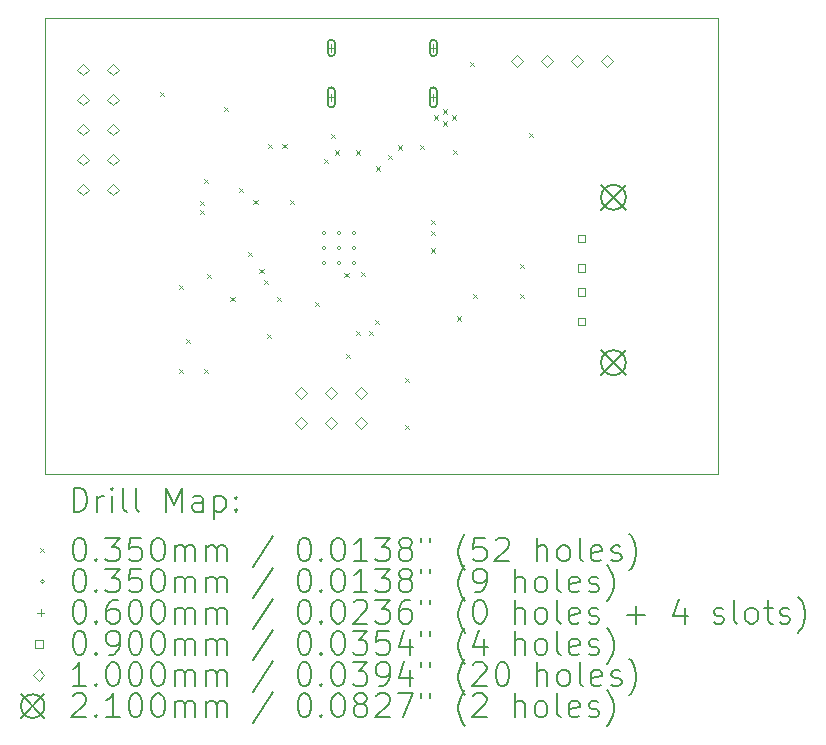
<source format=gbr>
%TF.GenerationSoftware,KiCad,Pcbnew,7.0.2-0*%
%TF.CreationDate,2023-04-30T22:27:09-07:00*%
%TF.ProjectId,babelfish,62616265-6c66-4697-9368-2e6b69636164,REV1*%
%TF.SameCoordinates,Original*%
%TF.FileFunction,Drillmap*%
%TF.FilePolarity,Positive*%
%FSLAX45Y45*%
G04 Gerber Fmt 4.5, Leading zero omitted, Abs format (unit mm)*
G04 Created by KiCad (PCBNEW 7.0.2-0) date 2023-04-30 22:27:09*
%MOMM*%
%LPD*%
G01*
G04 APERTURE LIST*
%ADD10C,0.050000*%
%ADD11C,0.200000*%
%ADD12C,0.035000*%
%ADD13C,0.060000*%
%ADD14C,0.090000*%
%ADD15C,0.100000*%
%ADD16C,0.210000*%
G04 APERTURE END LIST*
D10*
X8200000Y-6935000D02*
X13900000Y-6935000D01*
X13900000Y-10800000D01*
X8200000Y-10800000D01*
X8200000Y-6935000D01*
D11*
D12*
X9177500Y-7562500D02*
X9212500Y-7597500D01*
X9212500Y-7562500D02*
X9177500Y-7597500D01*
X9332500Y-9199500D02*
X9367500Y-9234500D01*
X9367500Y-9199500D02*
X9332500Y-9234500D01*
X9332500Y-9909500D02*
X9367500Y-9944500D01*
X9367500Y-9909500D02*
X9332500Y-9944500D01*
X9397500Y-9654500D02*
X9432500Y-9689500D01*
X9432500Y-9654500D02*
X9397500Y-9689500D01*
X9517050Y-8485500D02*
X9552050Y-8520500D01*
X9552050Y-8485500D02*
X9517050Y-8520500D01*
X9517050Y-8561700D02*
X9552050Y-8596700D01*
X9552050Y-8561700D02*
X9517050Y-8596700D01*
X9547500Y-8297500D02*
X9582500Y-8332500D01*
X9582500Y-8297500D02*
X9547500Y-8332500D01*
X9547500Y-9904500D02*
X9582500Y-9939500D01*
X9582500Y-9904500D02*
X9547500Y-9939500D01*
X9572500Y-9099500D02*
X9607500Y-9134500D01*
X9607500Y-9099500D02*
X9572500Y-9134500D01*
X9717500Y-7692500D02*
X9752500Y-7727500D01*
X9752500Y-7692500D02*
X9717500Y-7727500D01*
X9772500Y-9297500D02*
X9807500Y-9332500D01*
X9807500Y-9297500D02*
X9772500Y-9332500D01*
X9842500Y-8377500D02*
X9877500Y-8412500D01*
X9877500Y-8377500D02*
X9842500Y-8412500D01*
X9917500Y-8917500D02*
X9952500Y-8952500D01*
X9952500Y-8917500D02*
X9917500Y-8952500D01*
X9966630Y-8477880D02*
X10001630Y-8512880D01*
X10001630Y-8477880D02*
X9966630Y-8512880D01*
X10017500Y-9062500D02*
X10052500Y-9097500D01*
X10052500Y-9062500D02*
X10017500Y-9097500D01*
X10057500Y-9157500D02*
X10092500Y-9192500D01*
X10092500Y-9157500D02*
X10057500Y-9192500D01*
X10077500Y-9607500D02*
X10112500Y-9642500D01*
X10112500Y-9607500D02*
X10077500Y-9642500D01*
X10092500Y-8002500D02*
X10127500Y-8037500D01*
X10127500Y-8002500D02*
X10092500Y-8037500D01*
X10167500Y-9297500D02*
X10202500Y-9332500D01*
X10202500Y-9297500D02*
X10167500Y-9332500D01*
X10212500Y-8002500D02*
X10247500Y-8037500D01*
X10247500Y-8002500D02*
X10212500Y-8037500D01*
X10279050Y-8477880D02*
X10314050Y-8512880D01*
X10314050Y-8477880D02*
X10279050Y-8512880D01*
X10487500Y-9342500D02*
X10522500Y-9377500D01*
X10522500Y-9342500D02*
X10487500Y-9377500D01*
X10562500Y-8127500D02*
X10597500Y-8162500D01*
X10597500Y-8127500D02*
X10562500Y-8162500D01*
X10622500Y-7917500D02*
X10657500Y-7952500D01*
X10657500Y-7917500D02*
X10622500Y-7952500D01*
X10657500Y-8057500D02*
X10692500Y-8092500D01*
X10692500Y-8057500D02*
X10657500Y-8092500D01*
X10737500Y-9097500D02*
X10772500Y-9132500D01*
X10772500Y-9097500D02*
X10737500Y-9132500D01*
X10747500Y-9782500D02*
X10782500Y-9817500D01*
X10782500Y-9782500D02*
X10747500Y-9817500D01*
X10832500Y-8057500D02*
X10867500Y-8092500D01*
X10867500Y-8057500D02*
X10832500Y-8092500D01*
X10837500Y-9587500D02*
X10872500Y-9622500D01*
X10872500Y-9587500D02*
X10837500Y-9622500D01*
X10877500Y-9087500D02*
X10912500Y-9122500D01*
X10912500Y-9087500D02*
X10877500Y-9122500D01*
X10942500Y-9587500D02*
X10977500Y-9622500D01*
X10977500Y-9587500D02*
X10942500Y-9622500D01*
X10997500Y-9492500D02*
X11032500Y-9527500D01*
X11032500Y-9492500D02*
X10997500Y-9527500D01*
X11007500Y-8192500D02*
X11042500Y-8227500D01*
X11042500Y-8192500D02*
X11007500Y-8227500D01*
X11107500Y-8097500D02*
X11142500Y-8132500D01*
X11142500Y-8097500D02*
X11107500Y-8132500D01*
X11193450Y-8015600D02*
X11228450Y-8050600D01*
X11228450Y-8015600D02*
X11193450Y-8050600D01*
X11252500Y-9982500D02*
X11287500Y-10017500D01*
X11287500Y-9982500D02*
X11252500Y-10017500D01*
X11252500Y-10382500D02*
X11287500Y-10417500D01*
X11287500Y-10382500D02*
X11252500Y-10417500D01*
X11377500Y-8012500D02*
X11412500Y-8047500D01*
X11412500Y-8012500D02*
X11377500Y-8047500D01*
X11472500Y-8647500D02*
X11507500Y-8682500D01*
X11507500Y-8647500D02*
X11472500Y-8682500D01*
X11472500Y-8737500D02*
X11507500Y-8772500D01*
X11507500Y-8737500D02*
X11472500Y-8772500D01*
X11472500Y-8887500D02*
X11507500Y-8922500D01*
X11507500Y-8887500D02*
X11472500Y-8922500D01*
X11498250Y-7761600D02*
X11533250Y-7796600D01*
X11533250Y-7761600D02*
X11498250Y-7796600D01*
X11574450Y-7710800D02*
X11609450Y-7745800D01*
X11609450Y-7710800D02*
X11574450Y-7745800D01*
X11574450Y-7812400D02*
X11609450Y-7847400D01*
X11609450Y-7812400D02*
X11574450Y-7847400D01*
X11650650Y-7761600D02*
X11685650Y-7796600D01*
X11685650Y-7761600D02*
X11650650Y-7796600D01*
X11657500Y-8052500D02*
X11692500Y-8087500D01*
X11692500Y-8052500D02*
X11657500Y-8087500D01*
X11692500Y-9462500D02*
X11727500Y-9497500D01*
X11727500Y-9462500D02*
X11692500Y-9497500D01*
X11797500Y-7307500D02*
X11832500Y-7342500D01*
X11832500Y-7307500D02*
X11797500Y-7342500D01*
X11822500Y-9272500D02*
X11857500Y-9307500D01*
X11857500Y-9272500D02*
X11822500Y-9307500D01*
X12222500Y-9021420D02*
X12257500Y-9056420D01*
X12257500Y-9021420D02*
X12222500Y-9056420D01*
X12222500Y-9271420D02*
X12257500Y-9306420D01*
X12257500Y-9271420D02*
X12222500Y-9306420D01*
X12302500Y-7907500D02*
X12337500Y-7942500D01*
X12337500Y-7907500D02*
X12302500Y-7942500D01*
X10580000Y-8756250D02*
G75*
G03*
X10580000Y-8756250I-17500J0D01*
G01*
X10580000Y-8883750D02*
G75*
G03*
X10580000Y-8883750I-17500J0D01*
G01*
X10580000Y-9011250D02*
G75*
G03*
X10580000Y-9011250I-17500J0D01*
G01*
X10707500Y-8756250D02*
G75*
G03*
X10707500Y-8756250I-17500J0D01*
G01*
X10707500Y-8883750D02*
G75*
G03*
X10707500Y-8883750I-17500J0D01*
G01*
X10707500Y-9011250D02*
G75*
G03*
X10707500Y-9011250I-17500J0D01*
G01*
X10835000Y-8756250D02*
G75*
G03*
X10835000Y-8756250I-17500J0D01*
G01*
X10835000Y-8883750D02*
G75*
G03*
X10835000Y-8883750I-17500J0D01*
G01*
X10835000Y-9011250D02*
G75*
G03*
X10835000Y-9011250I-17500J0D01*
G01*
D13*
X10625992Y-7160000D02*
X10625992Y-7220000D01*
X10595992Y-7190000D02*
X10655992Y-7190000D01*
D11*
X10655992Y-7230000D02*
X10655992Y-7150000D01*
X10655992Y-7150000D02*
G75*
G03*
X10595992Y-7150000I-30000J0D01*
G01*
X10595992Y-7150000D02*
X10595992Y-7230000D01*
X10595992Y-7230000D02*
G75*
G03*
X10655992Y-7230000I30000J0D01*
G01*
D13*
X10625992Y-7578009D02*
X10625992Y-7638009D01*
X10595992Y-7608009D02*
X10655992Y-7608009D01*
D11*
X10655992Y-7663009D02*
X10655992Y-7553009D01*
X10655992Y-7553009D02*
G75*
G03*
X10595992Y-7553009I-30000J0D01*
G01*
X10595992Y-7553009D02*
X10595992Y-7663009D01*
X10595992Y-7663009D02*
G75*
G03*
X10655992Y-7663009I30000J0D01*
G01*
D13*
X11490000Y-7160000D02*
X11490000Y-7220000D01*
X11460000Y-7190000D02*
X11520000Y-7190000D01*
D11*
X11520000Y-7230000D02*
X11520000Y-7150000D01*
X11520000Y-7150000D02*
G75*
G03*
X11460000Y-7150000I-30000J0D01*
G01*
X11460000Y-7150000D02*
X11460000Y-7230000D01*
X11460000Y-7230000D02*
G75*
G03*
X11520000Y-7230000I30000J0D01*
G01*
D13*
X11490000Y-7578009D02*
X11490000Y-7638009D01*
X11460000Y-7608009D02*
X11520000Y-7608009D01*
D11*
X11520000Y-7663009D02*
X11520000Y-7553009D01*
X11520000Y-7553009D02*
G75*
G03*
X11460000Y-7553009I-30000J0D01*
G01*
X11460000Y-7553009D02*
X11460000Y-7663009D01*
X11460000Y-7663009D02*
G75*
G03*
X11520000Y-7663009I30000J0D01*
G01*
D14*
X12775740Y-8835980D02*
X12775740Y-8772340D01*
X12712100Y-8772340D01*
X12712100Y-8835980D01*
X12775740Y-8835980D01*
X12775740Y-9085980D02*
X12775740Y-9022340D01*
X12712100Y-9022340D01*
X12712100Y-9085980D01*
X12775740Y-9085980D01*
X12775740Y-9285980D02*
X12775740Y-9222340D01*
X12712100Y-9222340D01*
X12712100Y-9285980D01*
X12775740Y-9285980D01*
X12775740Y-9535980D02*
X12775740Y-9472340D01*
X12712100Y-9472340D01*
X12712100Y-9535980D01*
X12775740Y-9535980D01*
D15*
X8524750Y-7422700D02*
X8574750Y-7372700D01*
X8524750Y-7322700D01*
X8474750Y-7372700D01*
X8524750Y-7422700D01*
X8524750Y-7676700D02*
X8574750Y-7626700D01*
X8524750Y-7576700D01*
X8474750Y-7626700D01*
X8524750Y-7676700D01*
X8524750Y-7930700D02*
X8574750Y-7880700D01*
X8524750Y-7830700D01*
X8474750Y-7880700D01*
X8524750Y-7930700D01*
X8524750Y-8184700D02*
X8574750Y-8134700D01*
X8524750Y-8084700D01*
X8474750Y-8134700D01*
X8524750Y-8184700D01*
X8524750Y-8438700D02*
X8574750Y-8388700D01*
X8524750Y-8338700D01*
X8474750Y-8388700D01*
X8524750Y-8438700D01*
X8778750Y-7422700D02*
X8828750Y-7372700D01*
X8778750Y-7322700D01*
X8728750Y-7372700D01*
X8778750Y-7422700D01*
X8778750Y-7676700D02*
X8828750Y-7626700D01*
X8778750Y-7576700D01*
X8728750Y-7626700D01*
X8778750Y-7676700D01*
X8778750Y-7930700D02*
X8828750Y-7880700D01*
X8778750Y-7830700D01*
X8728750Y-7880700D01*
X8778750Y-7930700D01*
X8778750Y-8184700D02*
X8828750Y-8134700D01*
X8778750Y-8084700D01*
X8728750Y-8134700D01*
X8778750Y-8184700D01*
X8778750Y-8438700D02*
X8828750Y-8388700D01*
X8778750Y-8338700D01*
X8728750Y-8388700D01*
X8778750Y-8438700D01*
X10370000Y-10161000D02*
X10420000Y-10111000D01*
X10370000Y-10061000D01*
X10320000Y-10111000D01*
X10370000Y-10161000D01*
X10370000Y-10415000D02*
X10420000Y-10365000D01*
X10370000Y-10315000D01*
X10320000Y-10365000D01*
X10370000Y-10415000D01*
X10624000Y-10161000D02*
X10674000Y-10111000D01*
X10624000Y-10061000D01*
X10574000Y-10111000D01*
X10624000Y-10161000D01*
X10624000Y-10415000D02*
X10674000Y-10365000D01*
X10624000Y-10315000D01*
X10574000Y-10365000D01*
X10624000Y-10415000D01*
X10878000Y-10161000D02*
X10928000Y-10111000D01*
X10878000Y-10061000D01*
X10828000Y-10111000D01*
X10878000Y-10161000D01*
X10878000Y-10415000D02*
X10928000Y-10365000D01*
X10878000Y-10315000D01*
X10828000Y-10365000D01*
X10878000Y-10415000D01*
X12200000Y-7350000D02*
X12250000Y-7300000D01*
X12200000Y-7250000D01*
X12150000Y-7300000D01*
X12200000Y-7350000D01*
X12454000Y-7350000D02*
X12504000Y-7300000D01*
X12454000Y-7250000D01*
X12404000Y-7300000D01*
X12454000Y-7350000D01*
X12708000Y-7350000D02*
X12758000Y-7300000D01*
X12708000Y-7250000D01*
X12658000Y-7300000D01*
X12708000Y-7350000D01*
X12962000Y-7350000D02*
X13012000Y-7300000D01*
X12962000Y-7250000D01*
X12912000Y-7300000D01*
X12962000Y-7350000D01*
D16*
X12909920Y-8349160D02*
X13119920Y-8559160D01*
X13119920Y-8349160D02*
X12909920Y-8559160D01*
X13119920Y-8454160D02*
G75*
G03*
X13119920Y-8454160I-105000J0D01*
G01*
X12909920Y-9749160D02*
X13119920Y-9959160D01*
X13119920Y-9749160D02*
X12909920Y-9959160D01*
X13119920Y-9854160D02*
G75*
G03*
X13119920Y-9854160I-105000J0D01*
G01*
D11*
X8445119Y-11115024D02*
X8445119Y-10915024D01*
X8445119Y-10915024D02*
X8492738Y-10915024D01*
X8492738Y-10915024D02*
X8521310Y-10924548D01*
X8521310Y-10924548D02*
X8540357Y-10943595D01*
X8540357Y-10943595D02*
X8549881Y-10962643D01*
X8549881Y-10962643D02*
X8559405Y-11000738D01*
X8559405Y-11000738D02*
X8559405Y-11029310D01*
X8559405Y-11029310D02*
X8549881Y-11067405D01*
X8549881Y-11067405D02*
X8540357Y-11086452D01*
X8540357Y-11086452D02*
X8521310Y-11105500D01*
X8521310Y-11105500D02*
X8492738Y-11115024D01*
X8492738Y-11115024D02*
X8445119Y-11115024D01*
X8645119Y-11115024D02*
X8645119Y-10981690D01*
X8645119Y-11019786D02*
X8654643Y-11000738D01*
X8654643Y-11000738D02*
X8664167Y-10991214D01*
X8664167Y-10991214D02*
X8683214Y-10981690D01*
X8683214Y-10981690D02*
X8702262Y-10981690D01*
X8768929Y-11115024D02*
X8768929Y-10981690D01*
X8768929Y-10915024D02*
X8759405Y-10924548D01*
X8759405Y-10924548D02*
X8768929Y-10934071D01*
X8768929Y-10934071D02*
X8778452Y-10924548D01*
X8778452Y-10924548D02*
X8768929Y-10915024D01*
X8768929Y-10915024D02*
X8768929Y-10934071D01*
X8892738Y-11115024D02*
X8873690Y-11105500D01*
X8873690Y-11105500D02*
X8864167Y-11086452D01*
X8864167Y-11086452D02*
X8864167Y-10915024D01*
X8997500Y-11115024D02*
X8978452Y-11105500D01*
X8978452Y-11105500D02*
X8968929Y-11086452D01*
X8968929Y-11086452D02*
X8968929Y-10915024D01*
X9226071Y-11115024D02*
X9226071Y-10915024D01*
X9226071Y-10915024D02*
X9292738Y-11057881D01*
X9292738Y-11057881D02*
X9359405Y-10915024D01*
X9359405Y-10915024D02*
X9359405Y-11115024D01*
X9540357Y-11115024D02*
X9540357Y-11010262D01*
X9540357Y-11010262D02*
X9530833Y-10991214D01*
X9530833Y-10991214D02*
X9511786Y-10981690D01*
X9511786Y-10981690D02*
X9473690Y-10981690D01*
X9473690Y-10981690D02*
X9454643Y-10991214D01*
X9540357Y-11105500D02*
X9521310Y-11115024D01*
X9521310Y-11115024D02*
X9473690Y-11115024D01*
X9473690Y-11115024D02*
X9454643Y-11105500D01*
X9454643Y-11105500D02*
X9445119Y-11086452D01*
X9445119Y-11086452D02*
X9445119Y-11067405D01*
X9445119Y-11067405D02*
X9454643Y-11048357D01*
X9454643Y-11048357D02*
X9473690Y-11038833D01*
X9473690Y-11038833D02*
X9521310Y-11038833D01*
X9521310Y-11038833D02*
X9540357Y-11029310D01*
X9635595Y-10981690D02*
X9635595Y-11181690D01*
X9635595Y-10991214D02*
X9654643Y-10981690D01*
X9654643Y-10981690D02*
X9692738Y-10981690D01*
X9692738Y-10981690D02*
X9711786Y-10991214D01*
X9711786Y-10991214D02*
X9721310Y-11000738D01*
X9721310Y-11000738D02*
X9730833Y-11019786D01*
X9730833Y-11019786D02*
X9730833Y-11076929D01*
X9730833Y-11076929D02*
X9721310Y-11095976D01*
X9721310Y-11095976D02*
X9711786Y-11105500D01*
X9711786Y-11105500D02*
X9692738Y-11115024D01*
X9692738Y-11115024D02*
X9654643Y-11115024D01*
X9654643Y-11115024D02*
X9635595Y-11105500D01*
X9816548Y-11095976D02*
X9826071Y-11105500D01*
X9826071Y-11105500D02*
X9816548Y-11115024D01*
X9816548Y-11115024D02*
X9807024Y-11105500D01*
X9807024Y-11105500D02*
X9816548Y-11095976D01*
X9816548Y-11095976D02*
X9816548Y-11115024D01*
X9816548Y-10991214D02*
X9826071Y-11000738D01*
X9826071Y-11000738D02*
X9816548Y-11010262D01*
X9816548Y-11010262D02*
X9807024Y-11000738D01*
X9807024Y-11000738D02*
X9816548Y-10991214D01*
X9816548Y-10991214D02*
X9816548Y-11010262D01*
D12*
X8162500Y-11425000D02*
X8197500Y-11460000D01*
X8197500Y-11425000D02*
X8162500Y-11460000D01*
D11*
X8483214Y-11335024D02*
X8502262Y-11335024D01*
X8502262Y-11335024D02*
X8521310Y-11344548D01*
X8521310Y-11344548D02*
X8530833Y-11354071D01*
X8530833Y-11354071D02*
X8540357Y-11373119D01*
X8540357Y-11373119D02*
X8549881Y-11411214D01*
X8549881Y-11411214D02*
X8549881Y-11458833D01*
X8549881Y-11458833D02*
X8540357Y-11496928D01*
X8540357Y-11496928D02*
X8530833Y-11515976D01*
X8530833Y-11515976D02*
X8521310Y-11525500D01*
X8521310Y-11525500D02*
X8502262Y-11535024D01*
X8502262Y-11535024D02*
X8483214Y-11535024D01*
X8483214Y-11535024D02*
X8464167Y-11525500D01*
X8464167Y-11525500D02*
X8454643Y-11515976D01*
X8454643Y-11515976D02*
X8445119Y-11496928D01*
X8445119Y-11496928D02*
X8435595Y-11458833D01*
X8435595Y-11458833D02*
X8435595Y-11411214D01*
X8435595Y-11411214D02*
X8445119Y-11373119D01*
X8445119Y-11373119D02*
X8454643Y-11354071D01*
X8454643Y-11354071D02*
X8464167Y-11344548D01*
X8464167Y-11344548D02*
X8483214Y-11335024D01*
X8635595Y-11515976D02*
X8645119Y-11525500D01*
X8645119Y-11525500D02*
X8635595Y-11535024D01*
X8635595Y-11535024D02*
X8626071Y-11525500D01*
X8626071Y-11525500D02*
X8635595Y-11515976D01*
X8635595Y-11515976D02*
X8635595Y-11535024D01*
X8711786Y-11335024D02*
X8835595Y-11335024D01*
X8835595Y-11335024D02*
X8768929Y-11411214D01*
X8768929Y-11411214D02*
X8797500Y-11411214D01*
X8797500Y-11411214D02*
X8816548Y-11420738D01*
X8816548Y-11420738D02*
X8826071Y-11430262D01*
X8826071Y-11430262D02*
X8835595Y-11449309D01*
X8835595Y-11449309D02*
X8835595Y-11496928D01*
X8835595Y-11496928D02*
X8826071Y-11515976D01*
X8826071Y-11515976D02*
X8816548Y-11525500D01*
X8816548Y-11525500D02*
X8797500Y-11535024D01*
X8797500Y-11535024D02*
X8740357Y-11535024D01*
X8740357Y-11535024D02*
X8721310Y-11525500D01*
X8721310Y-11525500D02*
X8711786Y-11515976D01*
X9016548Y-11335024D02*
X8921310Y-11335024D01*
X8921310Y-11335024D02*
X8911786Y-11430262D01*
X8911786Y-11430262D02*
X8921310Y-11420738D01*
X8921310Y-11420738D02*
X8940357Y-11411214D01*
X8940357Y-11411214D02*
X8987976Y-11411214D01*
X8987976Y-11411214D02*
X9007024Y-11420738D01*
X9007024Y-11420738D02*
X9016548Y-11430262D01*
X9016548Y-11430262D02*
X9026071Y-11449309D01*
X9026071Y-11449309D02*
X9026071Y-11496928D01*
X9026071Y-11496928D02*
X9016548Y-11515976D01*
X9016548Y-11515976D02*
X9007024Y-11525500D01*
X9007024Y-11525500D02*
X8987976Y-11535024D01*
X8987976Y-11535024D02*
X8940357Y-11535024D01*
X8940357Y-11535024D02*
X8921310Y-11525500D01*
X8921310Y-11525500D02*
X8911786Y-11515976D01*
X9149881Y-11335024D02*
X9168929Y-11335024D01*
X9168929Y-11335024D02*
X9187976Y-11344548D01*
X9187976Y-11344548D02*
X9197500Y-11354071D01*
X9197500Y-11354071D02*
X9207024Y-11373119D01*
X9207024Y-11373119D02*
X9216548Y-11411214D01*
X9216548Y-11411214D02*
X9216548Y-11458833D01*
X9216548Y-11458833D02*
X9207024Y-11496928D01*
X9207024Y-11496928D02*
X9197500Y-11515976D01*
X9197500Y-11515976D02*
X9187976Y-11525500D01*
X9187976Y-11525500D02*
X9168929Y-11535024D01*
X9168929Y-11535024D02*
X9149881Y-11535024D01*
X9149881Y-11535024D02*
X9130833Y-11525500D01*
X9130833Y-11525500D02*
X9121310Y-11515976D01*
X9121310Y-11515976D02*
X9111786Y-11496928D01*
X9111786Y-11496928D02*
X9102262Y-11458833D01*
X9102262Y-11458833D02*
X9102262Y-11411214D01*
X9102262Y-11411214D02*
X9111786Y-11373119D01*
X9111786Y-11373119D02*
X9121310Y-11354071D01*
X9121310Y-11354071D02*
X9130833Y-11344548D01*
X9130833Y-11344548D02*
X9149881Y-11335024D01*
X9302262Y-11535024D02*
X9302262Y-11401690D01*
X9302262Y-11420738D02*
X9311786Y-11411214D01*
X9311786Y-11411214D02*
X9330833Y-11401690D01*
X9330833Y-11401690D02*
X9359405Y-11401690D01*
X9359405Y-11401690D02*
X9378452Y-11411214D01*
X9378452Y-11411214D02*
X9387976Y-11430262D01*
X9387976Y-11430262D02*
X9387976Y-11535024D01*
X9387976Y-11430262D02*
X9397500Y-11411214D01*
X9397500Y-11411214D02*
X9416548Y-11401690D01*
X9416548Y-11401690D02*
X9445119Y-11401690D01*
X9445119Y-11401690D02*
X9464167Y-11411214D01*
X9464167Y-11411214D02*
X9473691Y-11430262D01*
X9473691Y-11430262D02*
X9473691Y-11535024D01*
X9568929Y-11535024D02*
X9568929Y-11401690D01*
X9568929Y-11420738D02*
X9578452Y-11411214D01*
X9578452Y-11411214D02*
X9597500Y-11401690D01*
X9597500Y-11401690D02*
X9626072Y-11401690D01*
X9626072Y-11401690D02*
X9645119Y-11411214D01*
X9645119Y-11411214D02*
X9654643Y-11430262D01*
X9654643Y-11430262D02*
X9654643Y-11535024D01*
X9654643Y-11430262D02*
X9664167Y-11411214D01*
X9664167Y-11411214D02*
X9683214Y-11401690D01*
X9683214Y-11401690D02*
X9711786Y-11401690D01*
X9711786Y-11401690D02*
X9730833Y-11411214D01*
X9730833Y-11411214D02*
X9740357Y-11430262D01*
X9740357Y-11430262D02*
X9740357Y-11535024D01*
X10130833Y-11325500D02*
X9959405Y-11582643D01*
X10387976Y-11335024D02*
X10407024Y-11335024D01*
X10407024Y-11335024D02*
X10426072Y-11344548D01*
X10426072Y-11344548D02*
X10435595Y-11354071D01*
X10435595Y-11354071D02*
X10445119Y-11373119D01*
X10445119Y-11373119D02*
X10454643Y-11411214D01*
X10454643Y-11411214D02*
X10454643Y-11458833D01*
X10454643Y-11458833D02*
X10445119Y-11496928D01*
X10445119Y-11496928D02*
X10435595Y-11515976D01*
X10435595Y-11515976D02*
X10426072Y-11525500D01*
X10426072Y-11525500D02*
X10407024Y-11535024D01*
X10407024Y-11535024D02*
X10387976Y-11535024D01*
X10387976Y-11535024D02*
X10368929Y-11525500D01*
X10368929Y-11525500D02*
X10359405Y-11515976D01*
X10359405Y-11515976D02*
X10349881Y-11496928D01*
X10349881Y-11496928D02*
X10340357Y-11458833D01*
X10340357Y-11458833D02*
X10340357Y-11411214D01*
X10340357Y-11411214D02*
X10349881Y-11373119D01*
X10349881Y-11373119D02*
X10359405Y-11354071D01*
X10359405Y-11354071D02*
X10368929Y-11344548D01*
X10368929Y-11344548D02*
X10387976Y-11335024D01*
X10540357Y-11515976D02*
X10549881Y-11525500D01*
X10549881Y-11525500D02*
X10540357Y-11535024D01*
X10540357Y-11535024D02*
X10530834Y-11525500D01*
X10530834Y-11525500D02*
X10540357Y-11515976D01*
X10540357Y-11515976D02*
X10540357Y-11535024D01*
X10673691Y-11335024D02*
X10692738Y-11335024D01*
X10692738Y-11335024D02*
X10711786Y-11344548D01*
X10711786Y-11344548D02*
X10721310Y-11354071D01*
X10721310Y-11354071D02*
X10730834Y-11373119D01*
X10730834Y-11373119D02*
X10740357Y-11411214D01*
X10740357Y-11411214D02*
X10740357Y-11458833D01*
X10740357Y-11458833D02*
X10730834Y-11496928D01*
X10730834Y-11496928D02*
X10721310Y-11515976D01*
X10721310Y-11515976D02*
X10711786Y-11525500D01*
X10711786Y-11525500D02*
X10692738Y-11535024D01*
X10692738Y-11535024D02*
X10673691Y-11535024D01*
X10673691Y-11535024D02*
X10654643Y-11525500D01*
X10654643Y-11525500D02*
X10645119Y-11515976D01*
X10645119Y-11515976D02*
X10635595Y-11496928D01*
X10635595Y-11496928D02*
X10626072Y-11458833D01*
X10626072Y-11458833D02*
X10626072Y-11411214D01*
X10626072Y-11411214D02*
X10635595Y-11373119D01*
X10635595Y-11373119D02*
X10645119Y-11354071D01*
X10645119Y-11354071D02*
X10654643Y-11344548D01*
X10654643Y-11344548D02*
X10673691Y-11335024D01*
X10930834Y-11535024D02*
X10816548Y-11535024D01*
X10873691Y-11535024D02*
X10873691Y-11335024D01*
X10873691Y-11335024D02*
X10854643Y-11363595D01*
X10854643Y-11363595D02*
X10835595Y-11382643D01*
X10835595Y-11382643D02*
X10816548Y-11392167D01*
X10997500Y-11335024D02*
X11121310Y-11335024D01*
X11121310Y-11335024D02*
X11054643Y-11411214D01*
X11054643Y-11411214D02*
X11083215Y-11411214D01*
X11083215Y-11411214D02*
X11102262Y-11420738D01*
X11102262Y-11420738D02*
X11111786Y-11430262D01*
X11111786Y-11430262D02*
X11121310Y-11449309D01*
X11121310Y-11449309D02*
X11121310Y-11496928D01*
X11121310Y-11496928D02*
X11111786Y-11515976D01*
X11111786Y-11515976D02*
X11102262Y-11525500D01*
X11102262Y-11525500D02*
X11083215Y-11535024D01*
X11083215Y-11535024D02*
X11026072Y-11535024D01*
X11026072Y-11535024D02*
X11007024Y-11525500D01*
X11007024Y-11525500D02*
X10997500Y-11515976D01*
X11235595Y-11420738D02*
X11216548Y-11411214D01*
X11216548Y-11411214D02*
X11207024Y-11401690D01*
X11207024Y-11401690D02*
X11197500Y-11382643D01*
X11197500Y-11382643D02*
X11197500Y-11373119D01*
X11197500Y-11373119D02*
X11207024Y-11354071D01*
X11207024Y-11354071D02*
X11216548Y-11344548D01*
X11216548Y-11344548D02*
X11235595Y-11335024D01*
X11235595Y-11335024D02*
X11273691Y-11335024D01*
X11273691Y-11335024D02*
X11292738Y-11344548D01*
X11292738Y-11344548D02*
X11302262Y-11354071D01*
X11302262Y-11354071D02*
X11311786Y-11373119D01*
X11311786Y-11373119D02*
X11311786Y-11382643D01*
X11311786Y-11382643D02*
X11302262Y-11401690D01*
X11302262Y-11401690D02*
X11292738Y-11411214D01*
X11292738Y-11411214D02*
X11273691Y-11420738D01*
X11273691Y-11420738D02*
X11235595Y-11420738D01*
X11235595Y-11420738D02*
X11216548Y-11430262D01*
X11216548Y-11430262D02*
X11207024Y-11439786D01*
X11207024Y-11439786D02*
X11197500Y-11458833D01*
X11197500Y-11458833D02*
X11197500Y-11496928D01*
X11197500Y-11496928D02*
X11207024Y-11515976D01*
X11207024Y-11515976D02*
X11216548Y-11525500D01*
X11216548Y-11525500D02*
X11235595Y-11535024D01*
X11235595Y-11535024D02*
X11273691Y-11535024D01*
X11273691Y-11535024D02*
X11292738Y-11525500D01*
X11292738Y-11525500D02*
X11302262Y-11515976D01*
X11302262Y-11515976D02*
X11311786Y-11496928D01*
X11311786Y-11496928D02*
X11311786Y-11458833D01*
X11311786Y-11458833D02*
X11302262Y-11439786D01*
X11302262Y-11439786D02*
X11292738Y-11430262D01*
X11292738Y-11430262D02*
X11273691Y-11420738D01*
X11387976Y-11335024D02*
X11387976Y-11373119D01*
X11464167Y-11335024D02*
X11464167Y-11373119D01*
X11759405Y-11611214D02*
X11749881Y-11601690D01*
X11749881Y-11601690D02*
X11730834Y-11573119D01*
X11730834Y-11573119D02*
X11721310Y-11554071D01*
X11721310Y-11554071D02*
X11711786Y-11525500D01*
X11711786Y-11525500D02*
X11702262Y-11477881D01*
X11702262Y-11477881D02*
X11702262Y-11439786D01*
X11702262Y-11439786D02*
X11711786Y-11392167D01*
X11711786Y-11392167D02*
X11721310Y-11363595D01*
X11721310Y-11363595D02*
X11730834Y-11344548D01*
X11730834Y-11344548D02*
X11749881Y-11315976D01*
X11749881Y-11315976D02*
X11759405Y-11306452D01*
X11930834Y-11335024D02*
X11835595Y-11335024D01*
X11835595Y-11335024D02*
X11826072Y-11430262D01*
X11826072Y-11430262D02*
X11835595Y-11420738D01*
X11835595Y-11420738D02*
X11854643Y-11411214D01*
X11854643Y-11411214D02*
X11902262Y-11411214D01*
X11902262Y-11411214D02*
X11921310Y-11420738D01*
X11921310Y-11420738D02*
X11930834Y-11430262D01*
X11930834Y-11430262D02*
X11940357Y-11449309D01*
X11940357Y-11449309D02*
X11940357Y-11496928D01*
X11940357Y-11496928D02*
X11930834Y-11515976D01*
X11930834Y-11515976D02*
X11921310Y-11525500D01*
X11921310Y-11525500D02*
X11902262Y-11535024D01*
X11902262Y-11535024D02*
X11854643Y-11535024D01*
X11854643Y-11535024D02*
X11835595Y-11525500D01*
X11835595Y-11525500D02*
X11826072Y-11515976D01*
X12016548Y-11354071D02*
X12026072Y-11344548D01*
X12026072Y-11344548D02*
X12045119Y-11335024D01*
X12045119Y-11335024D02*
X12092738Y-11335024D01*
X12092738Y-11335024D02*
X12111786Y-11344548D01*
X12111786Y-11344548D02*
X12121310Y-11354071D01*
X12121310Y-11354071D02*
X12130834Y-11373119D01*
X12130834Y-11373119D02*
X12130834Y-11392167D01*
X12130834Y-11392167D02*
X12121310Y-11420738D01*
X12121310Y-11420738D02*
X12007024Y-11535024D01*
X12007024Y-11535024D02*
X12130834Y-11535024D01*
X12368929Y-11535024D02*
X12368929Y-11335024D01*
X12454643Y-11535024D02*
X12454643Y-11430262D01*
X12454643Y-11430262D02*
X12445119Y-11411214D01*
X12445119Y-11411214D02*
X12426072Y-11401690D01*
X12426072Y-11401690D02*
X12397500Y-11401690D01*
X12397500Y-11401690D02*
X12378453Y-11411214D01*
X12378453Y-11411214D02*
X12368929Y-11420738D01*
X12578453Y-11535024D02*
X12559405Y-11525500D01*
X12559405Y-11525500D02*
X12549881Y-11515976D01*
X12549881Y-11515976D02*
X12540357Y-11496928D01*
X12540357Y-11496928D02*
X12540357Y-11439786D01*
X12540357Y-11439786D02*
X12549881Y-11420738D01*
X12549881Y-11420738D02*
X12559405Y-11411214D01*
X12559405Y-11411214D02*
X12578453Y-11401690D01*
X12578453Y-11401690D02*
X12607024Y-11401690D01*
X12607024Y-11401690D02*
X12626072Y-11411214D01*
X12626072Y-11411214D02*
X12635596Y-11420738D01*
X12635596Y-11420738D02*
X12645119Y-11439786D01*
X12645119Y-11439786D02*
X12645119Y-11496928D01*
X12645119Y-11496928D02*
X12635596Y-11515976D01*
X12635596Y-11515976D02*
X12626072Y-11525500D01*
X12626072Y-11525500D02*
X12607024Y-11535024D01*
X12607024Y-11535024D02*
X12578453Y-11535024D01*
X12759405Y-11535024D02*
X12740357Y-11525500D01*
X12740357Y-11525500D02*
X12730834Y-11506452D01*
X12730834Y-11506452D02*
X12730834Y-11335024D01*
X12911786Y-11525500D02*
X12892738Y-11535024D01*
X12892738Y-11535024D02*
X12854643Y-11535024D01*
X12854643Y-11535024D02*
X12835596Y-11525500D01*
X12835596Y-11525500D02*
X12826072Y-11506452D01*
X12826072Y-11506452D02*
X12826072Y-11430262D01*
X12826072Y-11430262D02*
X12835596Y-11411214D01*
X12835596Y-11411214D02*
X12854643Y-11401690D01*
X12854643Y-11401690D02*
X12892738Y-11401690D01*
X12892738Y-11401690D02*
X12911786Y-11411214D01*
X12911786Y-11411214D02*
X12921310Y-11430262D01*
X12921310Y-11430262D02*
X12921310Y-11449309D01*
X12921310Y-11449309D02*
X12826072Y-11468357D01*
X12997500Y-11525500D02*
X13016548Y-11535024D01*
X13016548Y-11535024D02*
X13054643Y-11535024D01*
X13054643Y-11535024D02*
X13073691Y-11525500D01*
X13073691Y-11525500D02*
X13083215Y-11506452D01*
X13083215Y-11506452D02*
X13083215Y-11496928D01*
X13083215Y-11496928D02*
X13073691Y-11477881D01*
X13073691Y-11477881D02*
X13054643Y-11468357D01*
X13054643Y-11468357D02*
X13026072Y-11468357D01*
X13026072Y-11468357D02*
X13007024Y-11458833D01*
X13007024Y-11458833D02*
X12997500Y-11439786D01*
X12997500Y-11439786D02*
X12997500Y-11430262D01*
X12997500Y-11430262D02*
X13007024Y-11411214D01*
X13007024Y-11411214D02*
X13026072Y-11401690D01*
X13026072Y-11401690D02*
X13054643Y-11401690D01*
X13054643Y-11401690D02*
X13073691Y-11411214D01*
X13149881Y-11611214D02*
X13159405Y-11601690D01*
X13159405Y-11601690D02*
X13178453Y-11573119D01*
X13178453Y-11573119D02*
X13187977Y-11554071D01*
X13187977Y-11554071D02*
X13197500Y-11525500D01*
X13197500Y-11525500D02*
X13207024Y-11477881D01*
X13207024Y-11477881D02*
X13207024Y-11439786D01*
X13207024Y-11439786D02*
X13197500Y-11392167D01*
X13197500Y-11392167D02*
X13187977Y-11363595D01*
X13187977Y-11363595D02*
X13178453Y-11344548D01*
X13178453Y-11344548D02*
X13159405Y-11315976D01*
X13159405Y-11315976D02*
X13149881Y-11306452D01*
D12*
X8197500Y-11706500D02*
G75*
G03*
X8197500Y-11706500I-17500J0D01*
G01*
D11*
X8483214Y-11599024D02*
X8502262Y-11599024D01*
X8502262Y-11599024D02*
X8521310Y-11608548D01*
X8521310Y-11608548D02*
X8530833Y-11618071D01*
X8530833Y-11618071D02*
X8540357Y-11637119D01*
X8540357Y-11637119D02*
X8549881Y-11675214D01*
X8549881Y-11675214D02*
X8549881Y-11722833D01*
X8549881Y-11722833D02*
X8540357Y-11760928D01*
X8540357Y-11760928D02*
X8530833Y-11779976D01*
X8530833Y-11779976D02*
X8521310Y-11789500D01*
X8521310Y-11789500D02*
X8502262Y-11799024D01*
X8502262Y-11799024D02*
X8483214Y-11799024D01*
X8483214Y-11799024D02*
X8464167Y-11789500D01*
X8464167Y-11789500D02*
X8454643Y-11779976D01*
X8454643Y-11779976D02*
X8445119Y-11760928D01*
X8445119Y-11760928D02*
X8435595Y-11722833D01*
X8435595Y-11722833D02*
X8435595Y-11675214D01*
X8435595Y-11675214D02*
X8445119Y-11637119D01*
X8445119Y-11637119D02*
X8454643Y-11618071D01*
X8454643Y-11618071D02*
X8464167Y-11608548D01*
X8464167Y-11608548D02*
X8483214Y-11599024D01*
X8635595Y-11779976D02*
X8645119Y-11789500D01*
X8645119Y-11789500D02*
X8635595Y-11799024D01*
X8635595Y-11799024D02*
X8626071Y-11789500D01*
X8626071Y-11789500D02*
X8635595Y-11779976D01*
X8635595Y-11779976D02*
X8635595Y-11799024D01*
X8711786Y-11599024D02*
X8835595Y-11599024D01*
X8835595Y-11599024D02*
X8768929Y-11675214D01*
X8768929Y-11675214D02*
X8797500Y-11675214D01*
X8797500Y-11675214D02*
X8816548Y-11684738D01*
X8816548Y-11684738D02*
X8826071Y-11694262D01*
X8826071Y-11694262D02*
X8835595Y-11713309D01*
X8835595Y-11713309D02*
X8835595Y-11760928D01*
X8835595Y-11760928D02*
X8826071Y-11779976D01*
X8826071Y-11779976D02*
X8816548Y-11789500D01*
X8816548Y-11789500D02*
X8797500Y-11799024D01*
X8797500Y-11799024D02*
X8740357Y-11799024D01*
X8740357Y-11799024D02*
X8721310Y-11789500D01*
X8721310Y-11789500D02*
X8711786Y-11779976D01*
X9016548Y-11599024D02*
X8921310Y-11599024D01*
X8921310Y-11599024D02*
X8911786Y-11694262D01*
X8911786Y-11694262D02*
X8921310Y-11684738D01*
X8921310Y-11684738D02*
X8940357Y-11675214D01*
X8940357Y-11675214D02*
X8987976Y-11675214D01*
X8987976Y-11675214D02*
X9007024Y-11684738D01*
X9007024Y-11684738D02*
X9016548Y-11694262D01*
X9016548Y-11694262D02*
X9026071Y-11713309D01*
X9026071Y-11713309D02*
X9026071Y-11760928D01*
X9026071Y-11760928D02*
X9016548Y-11779976D01*
X9016548Y-11779976D02*
X9007024Y-11789500D01*
X9007024Y-11789500D02*
X8987976Y-11799024D01*
X8987976Y-11799024D02*
X8940357Y-11799024D01*
X8940357Y-11799024D02*
X8921310Y-11789500D01*
X8921310Y-11789500D02*
X8911786Y-11779976D01*
X9149881Y-11599024D02*
X9168929Y-11599024D01*
X9168929Y-11599024D02*
X9187976Y-11608548D01*
X9187976Y-11608548D02*
X9197500Y-11618071D01*
X9197500Y-11618071D02*
X9207024Y-11637119D01*
X9207024Y-11637119D02*
X9216548Y-11675214D01*
X9216548Y-11675214D02*
X9216548Y-11722833D01*
X9216548Y-11722833D02*
X9207024Y-11760928D01*
X9207024Y-11760928D02*
X9197500Y-11779976D01*
X9197500Y-11779976D02*
X9187976Y-11789500D01*
X9187976Y-11789500D02*
X9168929Y-11799024D01*
X9168929Y-11799024D02*
X9149881Y-11799024D01*
X9149881Y-11799024D02*
X9130833Y-11789500D01*
X9130833Y-11789500D02*
X9121310Y-11779976D01*
X9121310Y-11779976D02*
X9111786Y-11760928D01*
X9111786Y-11760928D02*
X9102262Y-11722833D01*
X9102262Y-11722833D02*
X9102262Y-11675214D01*
X9102262Y-11675214D02*
X9111786Y-11637119D01*
X9111786Y-11637119D02*
X9121310Y-11618071D01*
X9121310Y-11618071D02*
X9130833Y-11608548D01*
X9130833Y-11608548D02*
X9149881Y-11599024D01*
X9302262Y-11799024D02*
X9302262Y-11665690D01*
X9302262Y-11684738D02*
X9311786Y-11675214D01*
X9311786Y-11675214D02*
X9330833Y-11665690D01*
X9330833Y-11665690D02*
X9359405Y-11665690D01*
X9359405Y-11665690D02*
X9378452Y-11675214D01*
X9378452Y-11675214D02*
X9387976Y-11694262D01*
X9387976Y-11694262D02*
X9387976Y-11799024D01*
X9387976Y-11694262D02*
X9397500Y-11675214D01*
X9397500Y-11675214D02*
X9416548Y-11665690D01*
X9416548Y-11665690D02*
X9445119Y-11665690D01*
X9445119Y-11665690D02*
X9464167Y-11675214D01*
X9464167Y-11675214D02*
X9473691Y-11694262D01*
X9473691Y-11694262D02*
X9473691Y-11799024D01*
X9568929Y-11799024D02*
X9568929Y-11665690D01*
X9568929Y-11684738D02*
X9578452Y-11675214D01*
X9578452Y-11675214D02*
X9597500Y-11665690D01*
X9597500Y-11665690D02*
X9626072Y-11665690D01*
X9626072Y-11665690D02*
X9645119Y-11675214D01*
X9645119Y-11675214D02*
X9654643Y-11694262D01*
X9654643Y-11694262D02*
X9654643Y-11799024D01*
X9654643Y-11694262D02*
X9664167Y-11675214D01*
X9664167Y-11675214D02*
X9683214Y-11665690D01*
X9683214Y-11665690D02*
X9711786Y-11665690D01*
X9711786Y-11665690D02*
X9730833Y-11675214D01*
X9730833Y-11675214D02*
X9740357Y-11694262D01*
X9740357Y-11694262D02*
X9740357Y-11799024D01*
X10130833Y-11589500D02*
X9959405Y-11846643D01*
X10387976Y-11599024D02*
X10407024Y-11599024D01*
X10407024Y-11599024D02*
X10426072Y-11608548D01*
X10426072Y-11608548D02*
X10435595Y-11618071D01*
X10435595Y-11618071D02*
X10445119Y-11637119D01*
X10445119Y-11637119D02*
X10454643Y-11675214D01*
X10454643Y-11675214D02*
X10454643Y-11722833D01*
X10454643Y-11722833D02*
X10445119Y-11760928D01*
X10445119Y-11760928D02*
X10435595Y-11779976D01*
X10435595Y-11779976D02*
X10426072Y-11789500D01*
X10426072Y-11789500D02*
X10407024Y-11799024D01*
X10407024Y-11799024D02*
X10387976Y-11799024D01*
X10387976Y-11799024D02*
X10368929Y-11789500D01*
X10368929Y-11789500D02*
X10359405Y-11779976D01*
X10359405Y-11779976D02*
X10349881Y-11760928D01*
X10349881Y-11760928D02*
X10340357Y-11722833D01*
X10340357Y-11722833D02*
X10340357Y-11675214D01*
X10340357Y-11675214D02*
X10349881Y-11637119D01*
X10349881Y-11637119D02*
X10359405Y-11618071D01*
X10359405Y-11618071D02*
X10368929Y-11608548D01*
X10368929Y-11608548D02*
X10387976Y-11599024D01*
X10540357Y-11779976D02*
X10549881Y-11789500D01*
X10549881Y-11789500D02*
X10540357Y-11799024D01*
X10540357Y-11799024D02*
X10530834Y-11789500D01*
X10530834Y-11789500D02*
X10540357Y-11779976D01*
X10540357Y-11779976D02*
X10540357Y-11799024D01*
X10673691Y-11599024D02*
X10692738Y-11599024D01*
X10692738Y-11599024D02*
X10711786Y-11608548D01*
X10711786Y-11608548D02*
X10721310Y-11618071D01*
X10721310Y-11618071D02*
X10730834Y-11637119D01*
X10730834Y-11637119D02*
X10740357Y-11675214D01*
X10740357Y-11675214D02*
X10740357Y-11722833D01*
X10740357Y-11722833D02*
X10730834Y-11760928D01*
X10730834Y-11760928D02*
X10721310Y-11779976D01*
X10721310Y-11779976D02*
X10711786Y-11789500D01*
X10711786Y-11789500D02*
X10692738Y-11799024D01*
X10692738Y-11799024D02*
X10673691Y-11799024D01*
X10673691Y-11799024D02*
X10654643Y-11789500D01*
X10654643Y-11789500D02*
X10645119Y-11779976D01*
X10645119Y-11779976D02*
X10635595Y-11760928D01*
X10635595Y-11760928D02*
X10626072Y-11722833D01*
X10626072Y-11722833D02*
X10626072Y-11675214D01*
X10626072Y-11675214D02*
X10635595Y-11637119D01*
X10635595Y-11637119D02*
X10645119Y-11618071D01*
X10645119Y-11618071D02*
X10654643Y-11608548D01*
X10654643Y-11608548D02*
X10673691Y-11599024D01*
X10930834Y-11799024D02*
X10816548Y-11799024D01*
X10873691Y-11799024D02*
X10873691Y-11599024D01*
X10873691Y-11599024D02*
X10854643Y-11627595D01*
X10854643Y-11627595D02*
X10835595Y-11646643D01*
X10835595Y-11646643D02*
X10816548Y-11656167D01*
X10997500Y-11599024D02*
X11121310Y-11599024D01*
X11121310Y-11599024D02*
X11054643Y-11675214D01*
X11054643Y-11675214D02*
X11083215Y-11675214D01*
X11083215Y-11675214D02*
X11102262Y-11684738D01*
X11102262Y-11684738D02*
X11111786Y-11694262D01*
X11111786Y-11694262D02*
X11121310Y-11713309D01*
X11121310Y-11713309D02*
X11121310Y-11760928D01*
X11121310Y-11760928D02*
X11111786Y-11779976D01*
X11111786Y-11779976D02*
X11102262Y-11789500D01*
X11102262Y-11789500D02*
X11083215Y-11799024D01*
X11083215Y-11799024D02*
X11026072Y-11799024D01*
X11026072Y-11799024D02*
X11007024Y-11789500D01*
X11007024Y-11789500D02*
X10997500Y-11779976D01*
X11235595Y-11684738D02*
X11216548Y-11675214D01*
X11216548Y-11675214D02*
X11207024Y-11665690D01*
X11207024Y-11665690D02*
X11197500Y-11646643D01*
X11197500Y-11646643D02*
X11197500Y-11637119D01*
X11197500Y-11637119D02*
X11207024Y-11618071D01*
X11207024Y-11618071D02*
X11216548Y-11608548D01*
X11216548Y-11608548D02*
X11235595Y-11599024D01*
X11235595Y-11599024D02*
X11273691Y-11599024D01*
X11273691Y-11599024D02*
X11292738Y-11608548D01*
X11292738Y-11608548D02*
X11302262Y-11618071D01*
X11302262Y-11618071D02*
X11311786Y-11637119D01*
X11311786Y-11637119D02*
X11311786Y-11646643D01*
X11311786Y-11646643D02*
X11302262Y-11665690D01*
X11302262Y-11665690D02*
X11292738Y-11675214D01*
X11292738Y-11675214D02*
X11273691Y-11684738D01*
X11273691Y-11684738D02*
X11235595Y-11684738D01*
X11235595Y-11684738D02*
X11216548Y-11694262D01*
X11216548Y-11694262D02*
X11207024Y-11703786D01*
X11207024Y-11703786D02*
X11197500Y-11722833D01*
X11197500Y-11722833D02*
X11197500Y-11760928D01*
X11197500Y-11760928D02*
X11207024Y-11779976D01*
X11207024Y-11779976D02*
X11216548Y-11789500D01*
X11216548Y-11789500D02*
X11235595Y-11799024D01*
X11235595Y-11799024D02*
X11273691Y-11799024D01*
X11273691Y-11799024D02*
X11292738Y-11789500D01*
X11292738Y-11789500D02*
X11302262Y-11779976D01*
X11302262Y-11779976D02*
X11311786Y-11760928D01*
X11311786Y-11760928D02*
X11311786Y-11722833D01*
X11311786Y-11722833D02*
X11302262Y-11703786D01*
X11302262Y-11703786D02*
X11292738Y-11694262D01*
X11292738Y-11694262D02*
X11273691Y-11684738D01*
X11387976Y-11599024D02*
X11387976Y-11637119D01*
X11464167Y-11599024D02*
X11464167Y-11637119D01*
X11759405Y-11875214D02*
X11749881Y-11865690D01*
X11749881Y-11865690D02*
X11730834Y-11837119D01*
X11730834Y-11837119D02*
X11721310Y-11818071D01*
X11721310Y-11818071D02*
X11711786Y-11789500D01*
X11711786Y-11789500D02*
X11702262Y-11741881D01*
X11702262Y-11741881D02*
X11702262Y-11703786D01*
X11702262Y-11703786D02*
X11711786Y-11656167D01*
X11711786Y-11656167D02*
X11721310Y-11627595D01*
X11721310Y-11627595D02*
X11730834Y-11608548D01*
X11730834Y-11608548D02*
X11749881Y-11579976D01*
X11749881Y-11579976D02*
X11759405Y-11570452D01*
X11845119Y-11799024D02*
X11883214Y-11799024D01*
X11883214Y-11799024D02*
X11902262Y-11789500D01*
X11902262Y-11789500D02*
X11911786Y-11779976D01*
X11911786Y-11779976D02*
X11930834Y-11751405D01*
X11930834Y-11751405D02*
X11940357Y-11713309D01*
X11940357Y-11713309D02*
X11940357Y-11637119D01*
X11940357Y-11637119D02*
X11930834Y-11618071D01*
X11930834Y-11618071D02*
X11921310Y-11608548D01*
X11921310Y-11608548D02*
X11902262Y-11599024D01*
X11902262Y-11599024D02*
X11864167Y-11599024D01*
X11864167Y-11599024D02*
X11845119Y-11608548D01*
X11845119Y-11608548D02*
X11835595Y-11618071D01*
X11835595Y-11618071D02*
X11826072Y-11637119D01*
X11826072Y-11637119D02*
X11826072Y-11684738D01*
X11826072Y-11684738D02*
X11835595Y-11703786D01*
X11835595Y-11703786D02*
X11845119Y-11713309D01*
X11845119Y-11713309D02*
X11864167Y-11722833D01*
X11864167Y-11722833D02*
X11902262Y-11722833D01*
X11902262Y-11722833D02*
X11921310Y-11713309D01*
X11921310Y-11713309D02*
X11930834Y-11703786D01*
X11930834Y-11703786D02*
X11940357Y-11684738D01*
X12178453Y-11799024D02*
X12178453Y-11599024D01*
X12264167Y-11799024D02*
X12264167Y-11694262D01*
X12264167Y-11694262D02*
X12254643Y-11675214D01*
X12254643Y-11675214D02*
X12235596Y-11665690D01*
X12235596Y-11665690D02*
X12207024Y-11665690D01*
X12207024Y-11665690D02*
X12187976Y-11675214D01*
X12187976Y-11675214D02*
X12178453Y-11684738D01*
X12387976Y-11799024D02*
X12368929Y-11789500D01*
X12368929Y-11789500D02*
X12359405Y-11779976D01*
X12359405Y-11779976D02*
X12349881Y-11760928D01*
X12349881Y-11760928D02*
X12349881Y-11703786D01*
X12349881Y-11703786D02*
X12359405Y-11684738D01*
X12359405Y-11684738D02*
X12368929Y-11675214D01*
X12368929Y-11675214D02*
X12387976Y-11665690D01*
X12387976Y-11665690D02*
X12416548Y-11665690D01*
X12416548Y-11665690D02*
X12435596Y-11675214D01*
X12435596Y-11675214D02*
X12445119Y-11684738D01*
X12445119Y-11684738D02*
X12454643Y-11703786D01*
X12454643Y-11703786D02*
X12454643Y-11760928D01*
X12454643Y-11760928D02*
X12445119Y-11779976D01*
X12445119Y-11779976D02*
X12435596Y-11789500D01*
X12435596Y-11789500D02*
X12416548Y-11799024D01*
X12416548Y-11799024D02*
X12387976Y-11799024D01*
X12568929Y-11799024D02*
X12549881Y-11789500D01*
X12549881Y-11789500D02*
X12540357Y-11770452D01*
X12540357Y-11770452D02*
X12540357Y-11599024D01*
X12721310Y-11789500D02*
X12702262Y-11799024D01*
X12702262Y-11799024D02*
X12664167Y-11799024D01*
X12664167Y-11799024D02*
X12645119Y-11789500D01*
X12645119Y-11789500D02*
X12635596Y-11770452D01*
X12635596Y-11770452D02*
X12635596Y-11694262D01*
X12635596Y-11694262D02*
X12645119Y-11675214D01*
X12645119Y-11675214D02*
X12664167Y-11665690D01*
X12664167Y-11665690D02*
X12702262Y-11665690D01*
X12702262Y-11665690D02*
X12721310Y-11675214D01*
X12721310Y-11675214D02*
X12730834Y-11694262D01*
X12730834Y-11694262D02*
X12730834Y-11713309D01*
X12730834Y-11713309D02*
X12635596Y-11732357D01*
X12807024Y-11789500D02*
X12826072Y-11799024D01*
X12826072Y-11799024D02*
X12864167Y-11799024D01*
X12864167Y-11799024D02*
X12883215Y-11789500D01*
X12883215Y-11789500D02*
X12892738Y-11770452D01*
X12892738Y-11770452D02*
X12892738Y-11760928D01*
X12892738Y-11760928D02*
X12883215Y-11741881D01*
X12883215Y-11741881D02*
X12864167Y-11732357D01*
X12864167Y-11732357D02*
X12835596Y-11732357D01*
X12835596Y-11732357D02*
X12816548Y-11722833D01*
X12816548Y-11722833D02*
X12807024Y-11703786D01*
X12807024Y-11703786D02*
X12807024Y-11694262D01*
X12807024Y-11694262D02*
X12816548Y-11675214D01*
X12816548Y-11675214D02*
X12835596Y-11665690D01*
X12835596Y-11665690D02*
X12864167Y-11665690D01*
X12864167Y-11665690D02*
X12883215Y-11675214D01*
X12959405Y-11875214D02*
X12968929Y-11865690D01*
X12968929Y-11865690D02*
X12987977Y-11837119D01*
X12987977Y-11837119D02*
X12997500Y-11818071D01*
X12997500Y-11818071D02*
X13007024Y-11789500D01*
X13007024Y-11789500D02*
X13016548Y-11741881D01*
X13016548Y-11741881D02*
X13016548Y-11703786D01*
X13016548Y-11703786D02*
X13007024Y-11656167D01*
X13007024Y-11656167D02*
X12997500Y-11627595D01*
X12997500Y-11627595D02*
X12987977Y-11608548D01*
X12987977Y-11608548D02*
X12968929Y-11579976D01*
X12968929Y-11579976D02*
X12959405Y-11570452D01*
D13*
X8167500Y-11940500D02*
X8167500Y-12000500D01*
X8137500Y-11970500D02*
X8197500Y-11970500D01*
D11*
X8483214Y-11863024D02*
X8502262Y-11863024D01*
X8502262Y-11863024D02*
X8521310Y-11872548D01*
X8521310Y-11872548D02*
X8530833Y-11882071D01*
X8530833Y-11882071D02*
X8540357Y-11901119D01*
X8540357Y-11901119D02*
X8549881Y-11939214D01*
X8549881Y-11939214D02*
X8549881Y-11986833D01*
X8549881Y-11986833D02*
X8540357Y-12024928D01*
X8540357Y-12024928D02*
X8530833Y-12043976D01*
X8530833Y-12043976D02*
X8521310Y-12053500D01*
X8521310Y-12053500D02*
X8502262Y-12063024D01*
X8502262Y-12063024D02*
X8483214Y-12063024D01*
X8483214Y-12063024D02*
X8464167Y-12053500D01*
X8464167Y-12053500D02*
X8454643Y-12043976D01*
X8454643Y-12043976D02*
X8445119Y-12024928D01*
X8445119Y-12024928D02*
X8435595Y-11986833D01*
X8435595Y-11986833D02*
X8435595Y-11939214D01*
X8435595Y-11939214D02*
X8445119Y-11901119D01*
X8445119Y-11901119D02*
X8454643Y-11882071D01*
X8454643Y-11882071D02*
X8464167Y-11872548D01*
X8464167Y-11872548D02*
X8483214Y-11863024D01*
X8635595Y-12043976D02*
X8645119Y-12053500D01*
X8645119Y-12053500D02*
X8635595Y-12063024D01*
X8635595Y-12063024D02*
X8626071Y-12053500D01*
X8626071Y-12053500D02*
X8635595Y-12043976D01*
X8635595Y-12043976D02*
X8635595Y-12063024D01*
X8816548Y-11863024D02*
X8778452Y-11863024D01*
X8778452Y-11863024D02*
X8759405Y-11872548D01*
X8759405Y-11872548D02*
X8749881Y-11882071D01*
X8749881Y-11882071D02*
X8730833Y-11910643D01*
X8730833Y-11910643D02*
X8721310Y-11948738D01*
X8721310Y-11948738D02*
X8721310Y-12024928D01*
X8721310Y-12024928D02*
X8730833Y-12043976D01*
X8730833Y-12043976D02*
X8740357Y-12053500D01*
X8740357Y-12053500D02*
X8759405Y-12063024D01*
X8759405Y-12063024D02*
X8797500Y-12063024D01*
X8797500Y-12063024D02*
X8816548Y-12053500D01*
X8816548Y-12053500D02*
X8826071Y-12043976D01*
X8826071Y-12043976D02*
X8835595Y-12024928D01*
X8835595Y-12024928D02*
X8835595Y-11977309D01*
X8835595Y-11977309D02*
X8826071Y-11958262D01*
X8826071Y-11958262D02*
X8816548Y-11948738D01*
X8816548Y-11948738D02*
X8797500Y-11939214D01*
X8797500Y-11939214D02*
X8759405Y-11939214D01*
X8759405Y-11939214D02*
X8740357Y-11948738D01*
X8740357Y-11948738D02*
X8730833Y-11958262D01*
X8730833Y-11958262D02*
X8721310Y-11977309D01*
X8959405Y-11863024D02*
X8978452Y-11863024D01*
X8978452Y-11863024D02*
X8997500Y-11872548D01*
X8997500Y-11872548D02*
X9007024Y-11882071D01*
X9007024Y-11882071D02*
X9016548Y-11901119D01*
X9016548Y-11901119D02*
X9026071Y-11939214D01*
X9026071Y-11939214D02*
X9026071Y-11986833D01*
X9026071Y-11986833D02*
X9016548Y-12024928D01*
X9016548Y-12024928D02*
X9007024Y-12043976D01*
X9007024Y-12043976D02*
X8997500Y-12053500D01*
X8997500Y-12053500D02*
X8978452Y-12063024D01*
X8978452Y-12063024D02*
X8959405Y-12063024D01*
X8959405Y-12063024D02*
X8940357Y-12053500D01*
X8940357Y-12053500D02*
X8930833Y-12043976D01*
X8930833Y-12043976D02*
X8921310Y-12024928D01*
X8921310Y-12024928D02*
X8911786Y-11986833D01*
X8911786Y-11986833D02*
X8911786Y-11939214D01*
X8911786Y-11939214D02*
X8921310Y-11901119D01*
X8921310Y-11901119D02*
X8930833Y-11882071D01*
X8930833Y-11882071D02*
X8940357Y-11872548D01*
X8940357Y-11872548D02*
X8959405Y-11863024D01*
X9149881Y-11863024D02*
X9168929Y-11863024D01*
X9168929Y-11863024D02*
X9187976Y-11872548D01*
X9187976Y-11872548D02*
X9197500Y-11882071D01*
X9197500Y-11882071D02*
X9207024Y-11901119D01*
X9207024Y-11901119D02*
X9216548Y-11939214D01*
X9216548Y-11939214D02*
X9216548Y-11986833D01*
X9216548Y-11986833D02*
X9207024Y-12024928D01*
X9207024Y-12024928D02*
X9197500Y-12043976D01*
X9197500Y-12043976D02*
X9187976Y-12053500D01*
X9187976Y-12053500D02*
X9168929Y-12063024D01*
X9168929Y-12063024D02*
X9149881Y-12063024D01*
X9149881Y-12063024D02*
X9130833Y-12053500D01*
X9130833Y-12053500D02*
X9121310Y-12043976D01*
X9121310Y-12043976D02*
X9111786Y-12024928D01*
X9111786Y-12024928D02*
X9102262Y-11986833D01*
X9102262Y-11986833D02*
X9102262Y-11939214D01*
X9102262Y-11939214D02*
X9111786Y-11901119D01*
X9111786Y-11901119D02*
X9121310Y-11882071D01*
X9121310Y-11882071D02*
X9130833Y-11872548D01*
X9130833Y-11872548D02*
X9149881Y-11863024D01*
X9302262Y-12063024D02*
X9302262Y-11929690D01*
X9302262Y-11948738D02*
X9311786Y-11939214D01*
X9311786Y-11939214D02*
X9330833Y-11929690D01*
X9330833Y-11929690D02*
X9359405Y-11929690D01*
X9359405Y-11929690D02*
X9378452Y-11939214D01*
X9378452Y-11939214D02*
X9387976Y-11958262D01*
X9387976Y-11958262D02*
X9387976Y-12063024D01*
X9387976Y-11958262D02*
X9397500Y-11939214D01*
X9397500Y-11939214D02*
X9416548Y-11929690D01*
X9416548Y-11929690D02*
X9445119Y-11929690D01*
X9445119Y-11929690D02*
X9464167Y-11939214D01*
X9464167Y-11939214D02*
X9473691Y-11958262D01*
X9473691Y-11958262D02*
X9473691Y-12063024D01*
X9568929Y-12063024D02*
X9568929Y-11929690D01*
X9568929Y-11948738D02*
X9578452Y-11939214D01*
X9578452Y-11939214D02*
X9597500Y-11929690D01*
X9597500Y-11929690D02*
X9626072Y-11929690D01*
X9626072Y-11929690D02*
X9645119Y-11939214D01*
X9645119Y-11939214D02*
X9654643Y-11958262D01*
X9654643Y-11958262D02*
X9654643Y-12063024D01*
X9654643Y-11958262D02*
X9664167Y-11939214D01*
X9664167Y-11939214D02*
X9683214Y-11929690D01*
X9683214Y-11929690D02*
X9711786Y-11929690D01*
X9711786Y-11929690D02*
X9730833Y-11939214D01*
X9730833Y-11939214D02*
X9740357Y-11958262D01*
X9740357Y-11958262D02*
X9740357Y-12063024D01*
X10130833Y-11853500D02*
X9959405Y-12110643D01*
X10387976Y-11863024D02*
X10407024Y-11863024D01*
X10407024Y-11863024D02*
X10426072Y-11872548D01*
X10426072Y-11872548D02*
X10435595Y-11882071D01*
X10435595Y-11882071D02*
X10445119Y-11901119D01*
X10445119Y-11901119D02*
X10454643Y-11939214D01*
X10454643Y-11939214D02*
X10454643Y-11986833D01*
X10454643Y-11986833D02*
X10445119Y-12024928D01*
X10445119Y-12024928D02*
X10435595Y-12043976D01*
X10435595Y-12043976D02*
X10426072Y-12053500D01*
X10426072Y-12053500D02*
X10407024Y-12063024D01*
X10407024Y-12063024D02*
X10387976Y-12063024D01*
X10387976Y-12063024D02*
X10368929Y-12053500D01*
X10368929Y-12053500D02*
X10359405Y-12043976D01*
X10359405Y-12043976D02*
X10349881Y-12024928D01*
X10349881Y-12024928D02*
X10340357Y-11986833D01*
X10340357Y-11986833D02*
X10340357Y-11939214D01*
X10340357Y-11939214D02*
X10349881Y-11901119D01*
X10349881Y-11901119D02*
X10359405Y-11882071D01*
X10359405Y-11882071D02*
X10368929Y-11872548D01*
X10368929Y-11872548D02*
X10387976Y-11863024D01*
X10540357Y-12043976D02*
X10549881Y-12053500D01*
X10549881Y-12053500D02*
X10540357Y-12063024D01*
X10540357Y-12063024D02*
X10530834Y-12053500D01*
X10530834Y-12053500D02*
X10540357Y-12043976D01*
X10540357Y-12043976D02*
X10540357Y-12063024D01*
X10673691Y-11863024D02*
X10692738Y-11863024D01*
X10692738Y-11863024D02*
X10711786Y-11872548D01*
X10711786Y-11872548D02*
X10721310Y-11882071D01*
X10721310Y-11882071D02*
X10730834Y-11901119D01*
X10730834Y-11901119D02*
X10740357Y-11939214D01*
X10740357Y-11939214D02*
X10740357Y-11986833D01*
X10740357Y-11986833D02*
X10730834Y-12024928D01*
X10730834Y-12024928D02*
X10721310Y-12043976D01*
X10721310Y-12043976D02*
X10711786Y-12053500D01*
X10711786Y-12053500D02*
X10692738Y-12063024D01*
X10692738Y-12063024D02*
X10673691Y-12063024D01*
X10673691Y-12063024D02*
X10654643Y-12053500D01*
X10654643Y-12053500D02*
X10645119Y-12043976D01*
X10645119Y-12043976D02*
X10635595Y-12024928D01*
X10635595Y-12024928D02*
X10626072Y-11986833D01*
X10626072Y-11986833D02*
X10626072Y-11939214D01*
X10626072Y-11939214D02*
X10635595Y-11901119D01*
X10635595Y-11901119D02*
X10645119Y-11882071D01*
X10645119Y-11882071D02*
X10654643Y-11872548D01*
X10654643Y-11872548D02*
X10673691Y-11863024D01*
X10816548Y-11882071D02*
X10826072Y-11872548D01*
X10826072Y-11872548D02*
X10845119Y-11863024D01*
X10845119Y-11863024D02*
X10892738Y-11863024D01*
X10892738Y-11863024D02*
X10911786Y-11872548D01*
X10911786Y-11872548D02*
X10921310Y-11882071D01*
X10921310Y-11882071D02*
X10930834Y-11901119D01*
X10930834Y-11901119D02*
X10930834Y-11920167D01*
X10930834Y-11920167D02*
X10921310Y-11948738D01*
X10921310Y-11948738D02*
X10807024Y-12063024D01*
X10807024Y-12063024D02*
X10930834Y-12063024D01*
X10997500Y-11863024D02*
X11121310Y-11863024D01*
X11121310Y-11863024D02*
X11054643Y-11939214D01*
X11054643Y-11939214D02*
X11083215Y-11939214D01*
X11083215Y-11939214D02*
X11102262Y-11948738D01*
X11102262Y-11948738D02*
X11111786Y-11958262D01*
X11111786Y-11958262D02*
X11121310Y-11977309D01*
X11121310Y-11977309D02*
X11121310Y-12024928D01*
X11121310Y-12024928D02*
X11111786Y-12043976D01*
X11111786Y-12043976D02*
X11102262Y-12053500D01*
X11102262Y-12053500D02*
X11083215Y-12063024D01*
X11083215Y-12063024D02*
X11026072Y-12063024D01*
X11026072Y-12063024D02*
X11007024Y-12053500D01*
X11007024Y-12053500D02*
X10997500Y-12043976D01*
X11292738Y-11863024D02*
X11254643Y-11863024D01*
X11254643Y-11863024D02*
X11235595Y-11872548D01*
X11235595Y-11872548D02*
X11226072Y-11882071D01*
X11226072Y-11882071D02*
X11207024Y-11910643D01*
X11207024Y-11910643D02*
X11197500Y-11948738D01*
X11197500Y-11948738D02*
X11197500Y-12024928D01*
X11197500Y-12024928D02*
X11207024Y-12043976D01*
X11207024Y-12043976D02*
X11216548Y-12053500D01*
X11216548Y-12053500D02*
X11235595Y-12063024D01*
X11235595Y-12063024D02*
X11273691Y-12063024D01*
X11273691Y-12063024D02*
X11292738Y-12053500D01*
X11292738Y-12053500D02*
X11302262Y-12043976D01*
X11302262Y-12043976D02*
X11311786Y-12024928D01*
X11311786Y-12024928D02*
X11311786Y-11977309D01*
X11311786Y-11977309D02*
X11302262Y-11958262D01*
X11302262Y-11958262D02*
X11292738Y-11948738D01*
X11292738Y-11948738D02*
X11273691Y-11939214D01*
X11273691Y-11939214D02*
X11235595Y-11939214D01*
X11235595Y-11939214D02*
X11216548Y-11948738D01*
X11216548Y-11948738D02*
X11207024Y-11958262D01*
X11207024Y-11958262D02*
X11197500Y-11977309D01*
X11387976Y-11863024D02*
X11387976Y-11901119D01*
X11464167Y-11863024D02*
X11464167Y-11901119D01*
X11759405Y-12139214D02*
X11749881Y-12129690D01*
X11749881Y-12129690D02*
X11730834Y-12101119D01*
X11730834Y-12101119D02*
X11721310Y-12082071D01*
X11721310Y-12082071D02*
X11711786Y-12053500D01*
X11711786Y-12053500D02*
X11702262Y-12005881D01*
X11702262Y-12005881D02*
X11702262Y-11967786D01*
X11702262Y-11967786D02*
X11711786Y-11920167D01*
X11711786Y-11920167D02*
X11721310Y-11891595D01*
X11721310Y-11891595D02*
X11730834Y-11872548D01*
X11730834Y-11872548D02*
X11749881Y-11843976D01*
X11749881Y-11843976D02*
X11759405Y-11834452D01*
X11873691Y-11863024D02*
X11892738Y-11863024D01*
X11892738Y-11863024D02*
X11911786Y-11872548D01*
X11911786Y-11872548D02*
X11921310Y-11882071D01*
X11921310Y-11882071D02*
X11930834Y-11901119D01*
X11930834Y-11901119D02*
X11940357Y-11939214D01*
X11940357Y-11939214D02*
X11940357Y-11986833D01*
X11940357Y-11986833D02*
X11930834Y-12024928D01*
X11930834Y-12024928D02*
X11921310Y-12043976D01*
X11921310Y-12043976D02*
X11911786Y-12053500D01*
X11911786Y-12053500D02*
X11892738Y-12063024D01*
X11892738Y-12063024D02*
X11873691Y-12063024D01*
X11873691Y-12063024D02*
X11854643Y-12053500D01*
X11854643Y-12053500D02*
X11845119Y-12043976D01*
X11845119Y-12043976D02*
X11835595Y-12024928D01*
X11835595Y-12024928D02*
X11826072Y-11986833D01*
X11826072Y-11986833D02*
X11826072Y-11939214D01*
X11826072Y-11939214D02*
X11835595Y-11901119D01*
X11835595Y-11901119D02*
X11845119Y-11882071D01*
X11845119Y-11882071D02*
X11854643Y-11872548D01*
X11854643Y-11872548D02*
X11873691Y-11863024D01*
X12178453Y-12063024D02*
X12178453Y-11863024D01*
X12264167Y-12063024D02*
X12264167Y-11958262D01*
X12264167Y-11958262D02*
X12254643Y-11939214D01*
X12254643Y-11939214D02*
X12235596Y-11929690D01*
X12235596Y-11929690D02*
X12207024Y-11929690D01*
X12207024Y-11929690D02*
X12187976Y-11939214D01*
X12187976Y-11939214D02*
X12178453Y-11948738D01*
X12387976Y-12063024D02*
X12368929Y-12053500D01*
X12368929Y-12053500D02*
X12359405Y-12043976D01*
X12359405Y-12043976D02*
X12349881Y-12024928D01*
X12349881Y-12024928D02*
X12349881Y-11967786D01*
X12349881Y-11967786D02*
X12359405Y-11948738D01*
X12359405Y-11948738D02*
X12368929Y-11939214D01*
X12368929Y-11939214D02*
X12387976Y-11929690D01*
X12387976Y-11929690D02*
X12416548Y-11929690D01*
X12416548Y-11929690D02*
X12435596Y-11939214D01*
X12435596Y-11939214D02*
X12445119Y-11948738D01*
X12445119Y-11948738D02*
X12454643Y-11967786D01*
X12454643Y-11967786D02*
X12454643Y-12024928D01*
X12454643Y-12024928D02*
X12445119Y-12043976D01*
X12445119Y-12043976D02*
X12435596Y-12053500D01*
X12435596Y-12053500D02*
X12416548Y-12063024D01*
X12416548Y-12063024D02*
X12387976Y-12063024D01*
X12568929Y-12063024D02*
X12549881Y-12053500D01*
X12549881Y-12053500D02*
X12540357Y-12034452D01*
X12540357Y-12034452D02*
X12540357Y-11863024D01*
X12721310Y-12053500D02*
X12702262Y-12063024D01*
X12702262Y-12063024D02*
X12664167Y-12063024D01*
X12664167Y-12063024D02*
X12645119Y-12053500D01*
X12645119Y-12053500D02*
X12635596Y-12034452D01*
X12635596Y-12034452D02*
X12635596Y-11958262D01*
X12635596Y-11958262D02*
X12645119Y-11939214D01*
X12645119Y-11939214D02*
X12664167Y-11929690D01*
X12664167Y-11929690D02*
X12702262Y-11929690D01*
X12702262Y-11929690D02*
X12721310Y-11939214D01*
X12721310Y-11939214D02*
X12730834Y-11958262D01*
X12730834Y-11958262D02*
X12730834Y-11977309D01*
X12730834Y-11977309D02*
X12635596Y-11996357D01*
X12807024Y-12053500D02*
X12826072Y-12063024D01*
X12826072Y-12063024D02*
X12864167Y-12063024D01*
X12864167Y-12063024D02*
X12883215Y-12053500D01*
X12883215Y-12053500D02*
X12892738Y-12034452D01*
X12892738Y-12034452D02*
X12892738Y-12024928D01*
X12892738Y-12024928D02*
X12883215Y-12005881D01*
X12883215Y-12005881D02*
X12864167Y-11996357D01*
X12864167Y-11996357D02*
X12835596Y-11996357D01*
X12835596Y-11996357D02*
X12816548Y-11986833D01*
X12816548Y-11986833D02*
X12807024Y-11967786D01*
X12807024Y-11967786D02*
X12807024Y-11958262D01*
X12807024Y-11958262D02*
X12816548Y-11939214D01*
X12816548Y-11939214D02*
X12835596Y-11929690D01*
X12835596Y-11929690D02*
X12864167Y-11929690D01*
X12864167Y-11929690D02*
X12883215Y-11939214D01*
X13130834Y-11986833D02*
X13283215Y-11986833D01*
X13207024Y-12063024D02*
X13207024Y-11910643D01*
X13616548Y-11929690D02*
X13616548Y-12063024D01*
X13568929Y-11853500D02*
X13521310Y-11996357D01*
X13521310Y-11996357D02*
X13645119Y-11996357D01*
X13864167Y-12053500D02*
X13883215Y-12063024D01*
X13883215Y-12063024D02*
X13921310Y-12063024D01*
X13921310Y-12063024D02*
X13940358Y-12053500D01*
X13940358Y-12053500D02*
X13949881Y-12034452D01*
X13949881Y-12034452D02*
X13949881Y-12024928D01*
X13949881Y-12024928D02*
X13940358Y-12005881D01*
X13940358Y-12005881D02*
X13921310Y-11996357D01*
X13921310Y-11996357D02*
X13892739Y-11996357D01*
X13892739Y-11996357D02*
X13873691Y-11986833D01*
X13873691Y-11986833D02*
X13864167Y-11967786D01*
X13864167Y-11967786D02*
X13864167Y-11958262D01*
X13864167Y-11958262D02*
X13873691Y-11939214D01*
X13873691Y-11939214D02*
X13892739Y-11929690D01*
X13892739Y-11929690D02*
X13921310Y-11929690D01*
X13921310Y-11929690D02*
X13940358Y-11939214D01*
X14064167Y-12063024D02*
X14045120Y-12053500D01*
X14045120Y-12053500D02*
X14035596Y-12034452D01*
X14035596Y-12034452D02*
X14035596Y-11863024D01*
X14168929Y-12063024D02*
X14149881Y-12053500D01*
X14149881Y-12053500D02*
X14140358Y-12043976D01*
X14140358Y-12043976D02*
X14130834Y-12024928D01*
X14130834Y-12024928D02*
X14130834Y-11967786D01*
X14130834Y-11967786D02*
X14140358Y-11948738D01*
X14140358Y-11948738D02*
X14149881Y-11939214D01*
X14149881Y-11939214D02*
X14168929Y-11929690D01*
X14168929Y-11929690D02*
X14197501Y-11929690D01*
X14197501Y-11929690D02*
X14216548Y-11939214D01*
X14216548Y-11939214D02*
X14226072Y-11948738D01*
X14226072Y-11948738D02*
X14235596Y-11967786D01*
X14235596Y-11967786D02*
X14235596Y-12024928D01*
X14235596Y-12024928D02*
X14226072Y-12043976D01*
X14226072Y-12043976D02*
X14216548Y-12053500D01*
X14216548Y-12053500D02*
X14197501Y-12063024D01*
X14197501Y-12063024D02*
X14168929Y-12063024D01*
X14292739Y-11929690D02*
X14368929Y-11929690D01*
X14321310Y-11863024D02*
X14321310Y-12034452D01*
X14321310Y-12034452D02*
X14330834Y-12053500D01*
X14330834Y-12053500D02*
X14349881Y-12063024D01*
X14349881Y-12063024D02*
X14368929Y-12063024D01*
X14426072Y-12053500D02*
X14445120Y-12063024D01*
X14445120Y-12063024D02*
X14483215Y-12063024D01*
X14483215Y-12063024D02*
X14502262Y-12053500D01*
X14502262Y-12053500D02*
X14511786Y-12034452D01*
X14511786Y-12034452D02*
X14511786Y-12024928D01*
X14511786Y-12024928D02*
X14502262Y-12005881D01*
X14502262Y-12005881D02*
X14483215Y-11996357D01*
X14483215Y-11996357D02*
X14454643Y-11996357D01*
X14454643Y-11996357D02*
X14435596Y-11986833D01*
X14435596Y-11986833D02*
X14426072Y-11967786D01*
X14426072Y-11967786D02*
X14426072Y-11958262D01*
X14426072Y-11958262D02*
X14435596Y-11939214D01*
X14435596Y-11939214D02*
X14454643Y-11929690D01*
X14454643Y-11929690D02*
X14483215Y-11929690D01*
X14483215Y-11929690D02*
X14502262Y-11939214D01*
X14578453Y-12139214D02*
X14587977Y-12129690D01*
X14587977Y-12129690D02*
X14607024Y-12101119D01*
X14607024Y-12101119D02*
X14616548Y-12082071D01*
X14616548Y-12082071D02*
X14626072Y-12053500D01*
X14626072Y-12053500D02*
X14635596Y-12005881D01*
X14635596Y-12005881D02*
X14635596Y-11967786D01*
X14635596Y-11967786D02*
X14626072Y-11920167D01*
X14626072Y-11920167D02*
X14616548Y-11891595D01*
X14616548Y-11891595D02*
X14607024Y-11872548D01*
X14607024Y-11872548D02*
X14587977Y-11843976D01*
X14587977Y-11843976D02*
X14578453Y-11834452D01*
D14*
X8184320Y-12266320D02*
X8184320Y-12202680D01*
X8120680Y-12202680D01*
X8120680Y-12266320D01*
X8184320Y-12266320D01*
D11*
X8483214Y-12127024D02*
X8502262Y-12127024D01*
X8502262Y-12127024D02*
X8521310Y-12136548D01*
X8521310Y-12136548D02*
X8530833Y-12146071D01*
X8530833Y-12146071D02*
X8540357Y-12165119D01*
X8540357Y-12165119D02*
X8549881Y-12203214D01*
X8549881Y-12203214D02*
X8549881Y-12250833D01*
X8549881Y-12250833D02*
X8540357Y-12288928D01*
X8540357Y-12288928D02*
X8530833Y-12307976D01*
X8530833Y-12307976D02*
X8521310Y-12317500D01*
X8521310Y-12317500D02*
X8502262Y-12327024D01*
X8502262Y-12327024D02*
X8483214Y-12327024D01*
X8483214Y-12327024D02*
X8464167Y-12317500D01*
X8464167Y-12317500D02*
X8454643Y-12307976D01*
X8454643Y-12307976D02*
X8445119Y-12288928D01*
X8445119Y-12288928D02*
X8435595Y-12250833D01*
X8435595Y-12250833D02*
X8435595Y-12203214D01*
X8435595Y-12203214D02*
X8445119Y-12165119D01*
X8445119Y-12165119D02*
X8454643Y-12146071D01*
X8454643Y-12146071D02*
X8464167Y-12136548D01*
X8464167Y-12136548D02*
X8483214Y-12127024D01*
X8635595Y-12307976D02*
X8645119Y-12317500D01*
X8645119Y-12317500D02*
X8635595Y-12327024D01*
X8635595Y-12327024D02*
X8626071Y-12317500D01*
X8626071Y-12317500D02*
X8635595Y-12307976D01*
X8635595Y-12307976D02*
X8635595Y-12327024D01*
X8740357Y-12327024D02*
X8778452Y-12327024D01*
X8778452Y-12327024D02*
X8797500Y-12317500D01*
X8797500Y-12317500D02*
X8807024Y-12307976D01*
X8807024Y-12307976D02*
X8826071Y-12279405D01*
X8826071Y-12279405D02*
X8835595Y-12241309D01*
X8835595Y-12241309D02*
X8835595Y-12165119D01*
X8835595Y-12165119D02*
X8826071Y-12146071D01*
X8826071Y-12146071D02*
X8816548Y-12136548D01*
X8816548Y-12136548D02*
X8797500Y-12127024D01*
X8797500Y-12127024D02*
X8759405Y-12127024D01*
X8759405Y-12127024D02*
X8740357Y-12136548D01*
X8740357Y-12136548D02*
X8730833Y-12146071D01*
X8730833Y-12146071D02*
X8721310Y-12165119D01*
X8721310Y-12165119D02*
X8721310Y-12212738D01*
X8721310Y-12212738D02*
X8730833Y-12231786D01*
X8730833Y-12231786D02*
X8740357Y-12241309D01*
X8740357Y-12241309D02*
X8759405Y-12250833D01*
X8759405Y-12250833D02*
X8797500Y-12250833D01*
X8797500Y-12250833D02*
X8816548Y-12241309D01*
X8816548Y-12241309D02*
X8826071Y-12231786D01*
X8826071Y-12231786D02*
X8835595Y-12212738D01*
X8959405Y-12127024D02*
X8978452Y-12127024D01*
X8978452Y-12127024D02*
X8997500Y-12136548D01*
X8997500Y-12136548D02*
X9007024Y-12146071D01*
X9007024Y-12146071D02*
X9016548Y-12165119D01*
X9016548Y-12165119D02*
X9026071Y-12203214D01*
X9026071Y-12203214D02*
X9026071Y-12250833D01*
X9026071Y-12250833D02*
X9016548Y-12288928D01*
X9016548Y-12288928D02*
X9007024Y-12307976D01*
X9007024Y-12307976D02*
X8997500Y-12317500D01*
X8997500Y-12317500D02*
X8978452Y-12327024D01*
X8978452Y-12327024D02*
X8959405Y-12327024D01*
X8959405Y-12327024D02*
X8940357Y-12317500D01*
X8940357Y-12317500D02*
X8930833Y-12307976D01*
X8930833Y-12307976D02*
X8921310Y-12288928D01*
X8921310Y-12288928D02*
X8911786Y-12250833D01*
X8911786Y-12250833D02*
X8911786Y-12203214D01*
X8911786Y-12203214D02*
X8921310Y-12165119D01*
X8921310Y-12165119D02*
X8930833Y-12146071D01*
X8930833Y-12146071D02*
X8940357Y-12136548D01*
X8940357Y-12136548D02*
X8959405Y-12127024D01*
X9149881Y-12127024D02*
X9168929Y-12127024D01*
X9168929Y-12127024D02*
X9187976Y-12136548D01*
X9187976Y-12136548D02*
X9197500Y-12146071D01*
X9197500Y-12146071D02*
X9207024Y-12165119D01*
X9207024Y-12165119D02*
X9216548Y-12203214D01*
X9216548Y-12203214D02*
X9216548Y-12250833D01*
X9216548Y-12250833D02*
X9207024Y-12288928D01*
X9207024Y-12288928D02*
X9197500Y-12307976D01*
X9197500Y-12307976D02*
X9187976Y-12317500D01*
X9187976Y-12317500D02*
X9168929Y-12327024D01*
X9168929Y-12327024D02*
X9149881Y-12327024D01*
X9149881Y-12327024D02*
X9130833Y-12317500D01*
X9130833Y-12317500D02*
X9121310Y-12307976D01*
X9121310Y-12307976D02*
X9111786Y-12288928D01*
X9111786Y-12288928D02*
X9102262Y-12250833D01*
X9102262Y-12250833D02*
X9102262Y-12203214D01*
X9102262Y-12203214D02*
X9111786Y-12165119D01*
X9111786Y-12165119D02*
X9121310Y-12146071D01*
X9121310Y-12146071D02*
X9130833Y-12136548D01*
X9130833Y-12136548D02*
X9149881Y-12127024D01*
X9302262Y-12327024D02*
X9302262Y-12193690D01*
X9302262Y-12212738D02*
X9311786Y-12203214D01*
X9311786Y-12203214D02*
X9330833Y-12193690D01*
X9330833Y-12193690D02*
X9359405Y-12193690D01*
X9359405Y-12193690D02*
X9378452Y-12203214D01*
X9378452Y-12203214D02*
X9387976Y-12222262D01*
X9387976Y-12222262D02*
X9387976Y-12327024D01*
X9387976Y-12222262D02*
X9397500Y-12203214D01*
X9397500Y-12203214D02*
X9416548Y-12193690D01*
X9416548Y-12193690D02*
X9445119Y-12193690D01*
X9445119Y-12193690D02*
X9464167Y-12203214D01*
X9464167Y-12203214D02*
X9473691Y-12222262D01*
X9473691Y-12222262D02*
X9473691Y-12327024D01*
X9568929Y-12327024D02*
X9568929Y-12193690D01*
X9568929Y-12212738D02*
X9578452Y-12203214D01*
X9578452Y-12203214D02*
X9597500Y-12193690D01*
X9597500Y-12193690D02*
X9626072Y-12193690D01*
X9626072Y-12193690D02*
X9645119Y-12203214D01*
X9645119Y-12203214D02*
X9654643Y-12222262D01*
X9654643Y-12222262D02*
X9654643Y-12327024D01*
X9654643Y-12222262D02*
X9664167Y-12203214D01*
X9664167Y-12203214D02*
X9683214Y-12193690D01*
X9683214Y-12193690D02*
X9711786Y-12193690D01*
X9711786Y-12193690D02*
X9730833Y-12203214D01*
X9730833Y-12203214D02*
X9740357Y-12222262D01*
X9740357Y-12222262D02*
X9740357Y-12327024D01*
X10130833Y-12117500D02*
X9959405Y-12374643D01*
X10387976Y-12127024D02*
X10407024Y-12127024D01*
X10407024Y-12127024D02*
X10426072Y-12136548D01*
X10426072Y-12136548D02*
X10435595Y-12146071D01*
X10435595Y-12146071D02*
X10445119Y-12165119D01*
X10445119Y-12165119D02*
X10454643Y-12203214D01*
X10454643Y-12203214D02*
X10454643Y-12250833D01*
X10454643Y-12250833D02*
X10445119Y-12288928D01*
X10445119Y-12288928D02*
X10435595Y-12307976D01*
X10435595Y-12307976D02*
X10426072Y-12317500D01*
X10426072Y-12317500D02*
X10407024Y-12327024D01*
X10407024Y-12327024D02*
X10387976Y-12327024D01*
X10387976Y-12327024D02*
X10368929Y-12317500D01*
X10368929Y-12317500D02*
X10359405Y-12307976D01*
X10359405Y-12307976D02*
X10349881Y-12288928D01*
X10349881Y-12288928D02*
X10340357Y-12250833D01*
X10340357Y-12250833D02*
X10340357Y-12203214D01*
X10340357Y-12203214D02*
X10349881Y-12165119D01*
X10349881Y-12165119D02*
X10359405Y-12146071D01*
X10359405Y-12146071D02*
X10368929Y-12136548D01*
X10368929Y-12136548D02*
X10387976Y-12127024D01*
X10540357Y-12307976D02*
X10549881Y-12317500D01*
X10549881Y-12317500D02*
X10540357Y-12327024D01*
X10540357Y-12327024D02*
X10530834Y-12317500D01*
X10530834Y-12317500D02*
X10540357Y-12307976D01*
X10540357Y-12307976D02*
X10540357Y-12327024D01*
X10673691Y-12127024D02*
X10692738Y-12127024D01*
X10692738Y-12127024D02*
X10711786Y-12136548D01*
X10711786Y-12136548D02*
X10721310Y-12146071D01*
X10721310Y-12146071D02*
X10730834Y-12165119D01*
X10730834Y-12165119D02*
X10740357Y-12203214D01*
X10740357Y-12203214D02*
X10740357Y-12250833D01*
X10740357Y-12250833D02*
X10730834Y-12288928D01*
X10730834Y-12288928D02*
X10721310Y-12307976D01*
X10721310Y-12307976D02*
X10711786Y-12317500D01*
X10711786Y-12317500D02*
X10692738Y-12327024D01*
X10692738Y-12327024D02*
X10673691Y-12327024D01*
X10673691Y-12327024D02*
X10654643Y-12317500D01*
X10654643Y-12317500D02*
X10645119Y-12307976D01*
X10645119Y-12307976D02*
X10635595Y-12288928D01*
X10635595Y-12288928D02*
X10626072Y-12250833D01*
X10626072Y-12250833D02*
X10626072Y-12203214D01*
X10626072Y-12203214D02*
X10635595Y-12165119D01*
X10635595Y-12165119D02*
X10645119Y-12146071D01*
X10645119Y-12146071D02*
X10654643Y-12136548D01*
X10654643Y-12136548D02*
X10673691Y-12127024D01*
X10807024Y-12127024D02*
X10930834Y-12127024D01*
X10930834Y-12127024D02*
X10864167Y-12203214D01*
X10864167Y-12203214D02*
X10892738Y-12203214D01*
X10892738Y-12203214D02*
X10911786Y-12212738D01*
X10911786Y-12212738D02*
X10921310Y-12222262D01*
X10921310Y-12222262D02*
X10930834Y-12241309D01*
X10930834Y-12241309D02*
X10930834Y-12288928D01*
X10930834Y-12288928D02*
X10921310Y-12307976D01*
X10921310Y-12307976D02*
X10911786Y-12317500D01*
X10911786Y-12317500D02*
X10892738Y-12327024D01*
X10892738Y-12327024D02*
X10835595Y-12327024D01*
X10835595Y-12327024D02*
X10816548Y-12317500D01*
X10816548Y-12317500D02*
X10807024Y-12307976D01*
X11111786Y-12127024D02*
X11016548Y-12127024D01*
X11016548Y-12127024D02*
X11007024Y-12222262D01*
X11007024Y-12222262D02*
X11016548Y-12212738D01*
X11016548Y-12212738D02*
X11035595Y-12203214D01*
X11035595Y-12203214D02*
X11083215Y-12203214D01*
X11083215Y-12203214D02*
X11102262Y-12212738D01*
X11102262Y-12212738D02*
X11111786Y-12222262D01*
X11111786Y-12222262D02*
X11121310Y-12241309D01*
X11121310Y-12241309D02*
X11121310Y-12288928D01*
X11121310Y-12288928D02*
X11111786Y-12307976D01*
X11111786Y-12307976D02*
X11102262Y-12317500D01*
X11102262Y-12317500D02*
X11083215Y-12327024D01*
X11083215Y-12327024D02*
X11035595Y-12327024D01*
X11035595Y-12327024D02*
X11016548Y-12317500D01*
X11016548Y-12317500D02*
X11007024Y-12307976D01*
X11292738Y-12193690D02*
X11292738Y-12327024D01*
X11245119Y-12117500D02*
X11197500Y-12260357D01*
X11197500Y-12260357D02*
X11321310Y-12260357D01*
X11387976Y-12127024D02*
X11387976Y-12165119D01*
X11464167Y-12127024D02*
X11464167Y-12165119D01*
X11759405Y-12403214D02*
X11749881Y-12393690D01*
X11749881Y-12393690D02*
X11730834Y-12365119D01*
X11730834Y-12365119D02*
X11721310Y-12346071D01*
X11721310Y-12346071D02*
X11711786Y-12317500D01*
X11711786Y-12317500D02*
X11702262Y-12269881D01*
X11702262Y-12269881D02*
X11702262Y-12231786D01*
X11702262Y-12231786D02*
X11711786Y-12184167D01*
X11711786Y-12184167D02*
X11721310Y-12155595D01*
X11721310Y-12155595D02*
X11730834Y-12136548D01*
X11730834Y-12136548D02*
X11749881Y-12107976D01*
X11749881Y-12107976D02*
X11759405Y-12098452D01*
X11921310Y-12193690D02*
X11921310Y-12327024D01*
X11873691Y-12117500D02*
X11826072Y-12260357D01*
X11826072Y-12260357D02*
X11949881Y-12260357D01*
X12178453Y-12327024D02*
X12178453Y-12127024D01*
X12264167Y-12327024D02*
X12264167Y-12222262D01*
X12264167Y-12222262D02*
X12254643Y-12203214D01*
X12254643Y-12203214D02*
X12235596Y-12193690D01*
X12235596Y-12193690D02*
X12207024Y-12193690D01*
X12207024Y-12193690D02*
X12187976Y-12203214D01*
X12187976Y-12203214D02*
X12178453Y-12212738D01*
X12387976Y-12327024D02*
X12368929Y-12317500D01*
X12368929Y-12317500D02*
X12359405Y-12307976D01*
X12359405Y-12307976D02*
X12349881Y-12288928D01*
X12349881Y-12288928D02*
X12349881Y-12231786D01*
X12349881Y-12231786D02*
X12359405Y-12212738D01*
X12359405Y-12212738D02*
X12368929Y-12203214D01*
X12368929Y-12203214D02*
X12387976Y-12193690D01*
X12387976Y-12193690D02*
X12416548Y-12193690D01*
X12416548Y-12193690D02*
X12435596Y-12203214D01*
X12435596Y-12203214D02*
X12445119Y-12212738D01*
X12445119Y-12212738D02*
X12454643Y-12231786D01*
X12454643Y-12231786D02*
X12454643Y-12288928D01*
X12454643Y-12288928D02*
X12445119Y-12307976D01*
X12445119Y-12307976D02*
X12435596Y-12317500D01*
X12435596Y-12317500D02*
X12416548Y-12327024D01*
X12416548Y-12327024D02*
X12387976Y-12327024D01*
X12568929Y-12327024D02*
X12549881Y-12317500D01*
X12549881Y-12317500D02*
X12540357Y-12298452D01*
X12540357Y-12298452D02*
X12540357Y-12127024D01*
X12721310Y-12317500D02*
X12702262Y-12327024D01*
X12702262Y-12327024D02*
X12664167Y-12327024D01*
X12664167Y-12327024D02*
X12645119Y-12317500D01*
X12645119Y-12317500D02*
X12635596Y-12298452D01*
X12635596Y-12298452D02*
X12635596Y-12222262D01*
X12635596Y-12222262D02*
X12645119Y-12203214D01*
X12645119Y-12203214D02*
X12664167Y-12193690D01*
X12664167Y-12193690D02*
X12702262Y-12193690D01*
X12702262Y-12193690D02*
X12721310Y-12203214D01*
X12721310Y-12203214D02*
X12730834Y-12222262D01*
X12730834Y-12222262D02*
X12730834Y-12241309D01*
X12730834Y-12241309D02*
X12635596Y-12260357D01*
X12807024Y-12317500D02*
X12826072Y-12327024D01*
X12826072Y-12327024D02*
X12864167Y-12327024D01*
X12864167Y-12327024D02*
X12883215Y-12317500D01*
X12883215Y-12317500D02*
X12892738Y-12298452D01*
X12892738Y-12298452D02*
X12892738Y-12288928D01*
X12892738Y-12288928D02*
X12883215Y-12269881D01*
X12883215Y-12269881D02*
X12864167Y-12260357D01*
X12864167Y-12260357D02*
X12835596Y-12260357D01*
X12835596Y-12260357D02*
X12816548Y-12250833D01*
X12816548Y-12250833D02*
X12807024Y-12231786D01*
X12807024Y-12231786D02*
X12807024Y-12222262D01*
X12807024Y-12222262D02*
X12816548Y-12203214D01*
X12816548Y-12203214D02*
X12835596Y-12193690D01*
X12835596Y-12193690D02*
X12864167Y-12193690D01*
X12864167Y-12193690D02*
X12883215Y-12203214D01*
X12959405Y-12403214D02*
X12968929Y-12393690D01*
X12968929Y-12393690D02*
X12987977Y-12365119D01*
X12987977Y-12365119D02*
X12997500Y-12346071D01*
X12997500Y-12346071D02*
X13007024Y-12317500D01*
X13007024Y-12317500D02*
X13016548Y-12269881D01*
X13016548Y-12269881D02*
X13016548Y-12231786D01*
X13016548Y-12231786D02*
X13007024Y-12184167D01*
X13007024Y-12184167D02*
X12997500Y-12155595D01*
X12997500Y-12155595D02*
X12987977Y-12136548D01*
X12987977Y-12136548D02*
X12968929Y-12107976D01*
X12968929Y-12107976D02*
X12959405Y-12098452D01*
D15*
X8147500Y-12548500D02*
X8197500Y-12498500D01*
X8147500Y-12448500D01*
X8097500Y-12498500D01*
X8147500Y-12548500D01*
D11*
X8549881Y-12591024D02*
X8435595Y-12591024D01*
X8492738Y-12591024D02*
X8492738Y-12391024D01*
X8492738Y-12391024D02*
X8473690Y-12419595D01*
X8473690Y-12419595D02*
X8454643Y-12438643D01*
X8454643Y-12438643D02*
X8435595Y-12448167D01*
X8635595Y-12571976D02*
X8645119Y-12581500D01*
X8645119Y-12581500D02*
X8635595Y-12591024D01*
X8635595Y-12591024D02*
X8626071Y-12581500D01*
X8626071Y-12581500D02*
X8635595Y-12571976D01*
X8635595Y-12571976D02*
X8635595Y-12591024D01*
X8768929Y-12391024D02*
X8787976Y-12391024D01*
X8787976Y-12391024D02*
X8807024Y-12400548D01*
X8807024Y-12400548D02*
X8816548Y-12410071D01*
X8816548Y-12410071D02*
X8826071Y-12429119D01*
X8826071Y-12429119D02*
X8835595Y-12467214D01*
X8835595Y-12467214D02*
X8835595Y-12514833D01*
X8835595Y-12514833D02*
X8826071Y-12552928D01*
X8826071Y-12552928D02*
X8816548Y-12571976D01*
X8816548Y-12571976D02*
X8807024Y-12581500D01*
X8807024Y-12581500D02*
X8787976Y-12591024D01*
X8787976Y-12591024D02*
X8768929Y-12591024D01*
X8768929Y-12591024D02*
X8749881Y-12581500D01*
X8749881Y-12581500D02*
X8740357Y-12571976D01*
X8740357Y-12571976D02*
X8730833Y-12552928D01*
X8730833Y-12552928D02*
X8721310Y-12514833D01*
X8721310Y-12514833D02*
X8721310Y-12467214D01*
X8721310Y-12467214D02*
X8730833Y-12429119D01*
X8730833Y-12429119D02*
X8740357Y-12410071D01*
X8740357Y-12410071D02*
X8749881Y-12400548D01*
X8749881Y-12400548D02*
X8768929Y-12391024D01*
X8959405Y-12391024D02*
X8978452Y-12391024D01*
X8978452Y-12391024D02*
X8997500Y-12400548D01*
X8997500Y-12400548D02*
X9007024Y-12410071D01*
X9007024Y-12410071D02*
X9016548Y-12429119D01*
X9016548Y-12429119D02*
X9026071Y-12467214D01*
X9026071Y-12467214D02*
X9026071Y-12514833D01*
X9026071Y-12514833D02*
X9016548Y-12552928D01*
X9016548Y-12552928D02*
X9007024Y-12571976D01*
X9007024Y-12571976D02*
X8997500Y-12581500D01*
X8997500Y-12581500D02*
X8978452Y-12591024D01*
X8978452Y-12591024D02*
X8959405Y-12591024D01*
X8959405Y-12591024D02*
X8940357Y-12581500D01*
X8940357Y-12581500D02*
X8930833Y-12571976D01*
X8930833Y-12571976D02*
X8921310Y-12552928D01*
X8921310Y-12552928D02*
X8911786Y-12514833D01*
X8911786Y-12514833D02*
X8911786Y-12467214D01*
X8911786Y-12467214D02*
X8921310Y-12429119D01*
X8921310Y-12429119D02*
X8930833Y-12410071D01*
X8930833Y-12410071D02*
X8940357Y-12400548D01*
X8940357Y-12400548D02*
X8959405Y-12391024D01*
X9149881Y-12391024D02*
X9168929Y-12391024D01*
X9168929Y-12391024D02*
X9187976Y-12400548D01*
X9187976Y-12400548D02*
X9197500Y-12410071D01*
X9197500Y-12410071D02*
X9207024Y-12429119D01*
X9207024Y-12429119D02*
X9216548Y-12467214D01*
X9216548Y-12467214D02*
X9216548Y-12514833D01*
X9216548Y-12514833D02*
X9207024Y-12552928D01*
X9207024Y-12552928D02*
X9197500Y-12571976D01*
X9197500Y-12571976D02*
X9187976Y-12581500D01*
X9187976Y-12581500D02*
X9168929Y-12591024D01*
X9168929Y-12591024D02*
X9149881Y-12591024D01*
X9149881Y-12591024D02*
X9130833Y-12581500D01*
X9130833Y-12581500D02*
X9121310Y-12571976D01*
X9121310Y-12571976D02*
X9111786Y-12552928D01*
X9111786Y-12552928D02*
X9102262Y-12514833D01*
X9102262Y-12514833D02*
X9102262Y-12467214D01*
X9102262Y-12467214D02*
X9111786Y-12429119D01*
X9111786Y-12429119D02*
X9121310Y-12410071D01*
X9121310Y-12410071D02*
X9130833Y-12400548D01*
X9130833Y-12400548D02*
X9149881Y-12391024D01*
X9302262Y-12591024D02*
X9302262Y-12457690D01*
X9302262Y-12476738D02*
X9311786Y-12467214D01*
X9311786Y-12467214D02*
X9330833Y-12457690D01*
X9330833Y-12457690D02*
X9359405Y-12457690D01*
X9359405Y-12457690D02*
X9378452Y-12467214D01*
X9378452Y-12467214D02*
X9387976Y-12486262D01*
X9387976Y-12486262D02*
X9387976Y-12591024D01*
X9387976Y-12486262D02*
X9397500Y-12467214D01*
X9397500Y-12467214D02*
X9416548Y-12457690D01*
X9416548Y-12457690D02*
X9445119Y-12457690D01*
X9445119Y-12457690D02*
X9464167Y-12467214D01*
X9464167Y-12467214D02*
X9473691Y-12486262D01*
X9473691Y-12486262D02*
X9473691Y-12591024D01*
X9568929Y-12591024D02*
X9568929Y-12457690D01*
X9568929Y-12476738D02*
X9578452Y-12467214D01*
X9578452Y-12467214D02*
X9597500Y-12457690D01*
X9597500Y-12457690D02*
X9626072Y-12457690D01*
X9626072Y-12457690D02*
X9645119Y-12467214D01*
X9645119Y-12467214D02*
X9654643Y-12486262D01*
X9654643Y-12486262D02*
X9654643Y-12591024D01*
X9654643Y-12486262D02*
X9664167Y-12467214D01*
X9664167Y-12467214D02*
X9683214Y-12457690D01*
X9683214Y-12457690D02*
X9711786Y-12457690D01*
X9711786Y-12457690D02*
X9730833Y-12467214D01*
X9730833Y-12467214D02*
X9740357Y-12486262D01*
X9740357Y-12486262D02*
X9740357Y-12591024D01*
X10130833Y-12381500D02*
X9959405Y-12638643D01*
X10387976Y-12391024D02*
X10407024Y-12391024D01*
X10407024Y-12391024D02*
X10426072Y-12400548D01*
X10426072Y-12400548D02*
X10435595Y-12410071D01*
X10435595Y-12410071D02*
X10445119Y-12429119D01*
X10445119Y-12429119D02*
X10454643Y-12467214D01*
X10454643Y-12467214D02*
X10454643Y-12514833D01*
X10454643Y-12514833D02*
X10445119Y-12552928D01*
X10445119Y-12552928D02*
X10435595Y-12571976D01*
X10435595Y-12571976D02*
X10426072Y-12581500D01*
X10426072Y-12581500D02*
X10407024Y-12591024D01*
X10407024Y-12591024D02*
X10387976Y-12591024D01*
X10387976Y-12591024D02*
X10368929Y-12581500D01*
X10368929Y-12581500D02*
X10359405Y-12571976D01*
X10359405Y-12571976D02*
X10349881Y-12552928D01*
X10349881Y-12552928D02*
X10340357Y-12514833D01*
X10340357Y-12514833D02*
X10340357Y-12467214D01*
X10340357Y-12467214D02*
X10349881Y-12429119D01*
X10349881Y-12429119D02*
X10359405Y-12410071D01*
X10359405Y-12410071D02*
X10368929Y-12400548D01*
X10368929Y-12400548D02*
X10387976Y-12391024D01*
X10540357Y-12571976D02*
X10549881Y-12581500D01*
X10549881Y-12581500D02*
X10540357Y-12591024D01*
X10540357Y-12591024D02*
X10530834Y-12581500D01*
X10530834Y-12581500D02*
X10540357Y-12571976D01*
X10540357Y-12571976D02*
X10540357Y-12591024D01*
X10673691Y-12391024D02*
X10692738Y-12391024D01*
X10692738Y-12391024D02*
X10711786Y-12400548D01*
X10711786Y-12400548D02*
X10721310Y-12410071D01*
X10721310Y-12410071D02*
X10730834Y-12429119D01*
X10730834Y-12429119D02*
X10740357Y-12467214D01*
X10740357Y-12467214D02*
X10740357Y-12514833D01*
X10740357Y-12514833D02*
X10730834Y-12552928D01*
X10730834Y-12552928D02*
X10721310Y-12571976D01*
X10721310Y-12571976D02*
X10711786Y-12581500D01*
X10711786Y-12581500D02*
X10692738Y-12591024D01*
X10692738Y-12591024D02*
X10673691Y-12591024D01*
X10673691Y-12591024D02*
X10654643Y-12581500D01*
X10654643Y-12581500D02*
X10645119Y-12571976D01*
X10645119Y-12571976D02*
X10635595Y-12552928D01*
X10635595Y-12552928D02*
X10626072Y-12514833D01*
X10626072Y-12514833D02*
X10626072Y-12467214D01*
X10626072Y-12467214D02*
X10635595Y-12429119D01*
X10635595Y-12429119D02*
X10645119Y-12410071D01*
X10645119Y-12410071D02*
X10654643Y-12400548D01*
X10654643Y-12400548D02*
X10673691Y-12391024D01*
X10807024Y-12391024D02*
X10930834Y-12391024D01*
X10930834Y-12391024D02*
X10864167Y-12467214D01*
X10864167Y-12467214D02*
X10892738Y-12467214D01*
X10892738Y-12467214D02*
X10911786Y-12476738D01*
X10911786Y-12476738D02*
X10921310Y-12486262D01*
X10921310Y-12486262D02*
X10930834Y-12505309D01*
X10930834Y-12505309D02*
X10930834Y-12552928D01*
X10930834Y-12552928D02*
X10921310Y-12571976D01*
X10921310Y-12571976D02*
X10911786Y-12581500D01*
X10911786Y-12581500D02*
X10892738Y-12591024D01*
X10892738Y-12591024D02*
X10835595Y-12591024D01*
X10835595Y-12591024D02*
X10816548Y-12581500D01*
X10816548Y-12581500D02*
X10807024Y-12571976D01*
X11026072Y-12591024D02*
X11064167Y-12591024D01*
X11064167Y-12591024D02*
X11083215Y-12581500D01*
X11083215Y-12581500D02*
X11092738Y-12571976D01*
X11092738Y-12571976D02*
X11111786Y-12543405D01*
X11111786Y-12543405D02*
X11121310Y-12505309D01*
X11121310Y-12505309D02*
X11121310Y-12429119D01*
X11121310Y-12429119D02*
X11111786Y-12410071D01*
X11111786Y-12410071D02*
X11102262Y-12400548D01*
X11102262Y-12400548D02*
X11083215Y-12391024D01*
X11083215Y-12391024D02*
X11045119Y-12391024D01*
X11045119Y-12391024D02*
X11026072Y-12400548D01*
X11026072Y-12400548D02*
X11016548Y-12410071D01*
X11016548Y-12410071D02*
X11007024Y-12429119D01*
X11007024Y-12429119D02*
X11007024Y-12476738D01*
X11007024Y-12476738D02*
X11016548Y-12495786D01*
X11016548Y-12495786D02*
X11026072Y-12505309D01*
X11026072Y-12505309D02*
X11045119Y-12514833D01*
X11045119Y-12514833D02*
X11083215Y-12514833D01*
X11083215Y-12514833D02*
X11102262Y-12505309D01*
X11102262Y-12505309D02*
X11111786Y-12495786D01*
X11111786Y-12495786D02*
X11121310Y-12476738D01*
X11292738Y-12457690D02*
X11292738Y-12591024D01*
X11245119Y-12381500D02*
X11197500Y-12524357D01*
X11197500Y-12524357D02*
X11321310Y-12524357D01*
X11387976Y-12391024D02*
X11387976Y-12429119D01*
X11464167Y-12391024D02*
X11464167Y-12429119D01*
X11759405Y-12667214D02*
X11749881Y-12657690D01*
X11749881Y-12657690D02*
X11730834Y-12629119D01*
X11730834Y-12629119D02*
X11721310Y-12610071D01*
X11721310Y-12610071D02*
X11711786Y-12581500D01*
X11711786Y-12581500D02*
X11702262Y-12533881D01*
X11702262Y-12533881D02*
X11702262Y-12495786D01*
X11702262Y-12495786D02*
X11711786Y-12448167D01*
X11711786Y-12448167D02*
X11721310Y-12419595D01*
X11721310Y-12419595D02*
X11730834Y-12400548D01*
X11730834Y-12400548D02*
X11749881Y-12371976D01*
X11749881Y-12371976D02*
X11759405Y-12362452D01*
X11826072Y-12410071D02*
X11835595Y-12400548D01*
X11835595Y-12400548D02*
X11854643Y-12391024D01*
X11854643Y-12391024D02*
X11902262Y-12391024D01*
X11902262Y-12391024D02*
X11921310Y-12400548D01*
X11921310Y-12400548D02*
X11930834Y-12410071D01*
X11930834Y-12410071D02*
X11940357Y-12429119D01*
X11940357Y-12429119D02*
X11940357Y-12448167D01*
X11940357Y-12448167D02*
X11930834Y-12476738D01*
X11930834Y-12476738D02*
X11816548Y-12591024D01*
X11816548Y-12591024D02*
X11940357Y-12591024D01*
X12064167Y-12391024D02*
X12083215Y-12391024D01*
X12083215Y-12391024D02*
X12102262Y-12400548D01*
X12102262Y-12400548D02*
X12111786Y-12410071D01*
X12111786Y-12410071D02*
X12121310Y-12429119D01*
X12121310Y-12429119D02*
X12130834Y-12467214D01*
X12130834Y-12467214D02*
X12130834Y-12514833D01*
X12130834Y-12514833D02*
X12121310Y-12552928D01*
X12121310Y-12552928D02*
X12111786Y-12571976D01*
X12111786Y-12571976D02*
X12102262Y-12581500D01*
X12102262Y-12581500D02*
X12083215Y-12591024D01*
X12083215Y-12591024D02*
X12064167Y-12591024D01*
X12064167Y-12591024D02*
X12045119Y-12581500D01*
X12045119Y-12581500D02*
X12035595Y-12571976D01*
X12035595Y-12571976D02*
X12026072Y-12552928D01*
X12026072Y-12552928D02*
X12016548Y-12514833D01*
X12016548Y-12514833D02*
X12016548Y-12467214D01*
X12016548Y-12467214D02*
X12026072Y-12429119D01*
X12026072Y-12429119D02*
X12035595Y-12410071D01*
X12035595Y-12410071D02*
X12045119Y-12400548D01*
X12045119Y-12400548D02*
X12064167Y-12391024D01*
X12368929Y-12591024D02*
X12368929Y-12391024D01*
X12454643Y-12591024D02*
X12454643Y-12486262D01*
X12454643Y-12486262D02*
X12445119Y-12467214D01*
X12445119Y-12467214D02*
X12426072Y-12457690D01*
X12426072Y-12457690D02*
X12397500Y-12457690D01*
X12397500Y-12457690D02*
X12378453Y-12467214D01*
X12378453Y-12467214D02*
X12368929Y-12476738D01*
X12578453Y-12591024D02*
X12559405Y-12581500D01*
X12559405Y-12581500D02*
X12549881Y-12571976D01*
X12549881Y-12571976D02*
X12540357Y-12552928D01*
X12540357Y-12552928D02*
X12540357Y-12495786D01*
X12540357Y-12495786D02*
X12549881Y-12476738D01*
X12549881Y-12476738D02*
X12559405Y-12467214D01*
X12559405Y-12467214D02*
X12578453Y-12457690D01*
X12578453Y-12457690D02*
X12607024Y-12457690D01*
X12607024Y-12457690D02*
X12626072Y-12467214D01*
X12626072Y-12467214D02*
X12635596Y-12476738D01*
X12635596Y-12476738D02*
X12645119Y-12495786D01*
X12645119Y-12495786D02*
X12645119Y-12552928D01*
X12645119Y-12552928D02*
X12635596Y-12571976D01*
X12635596Y-12571976D02*
X12626072Y-12581500D01*
X12626072Y-12581500D02*
X12607024Y-12591024D01*
X12607024Y-12591024D02*
X12578453Y-12591024D01*
X12759405Y-12591024D02*
X12740357Y-12581500D01*
X12740357Y-12581500D02*
X12730834Y-12562452D01*
X12730834Y-12562452D02*
X12730834Y-12391024D01*
X12911786Y-12581500D02*
X12892738Y-12591024D01*
X12892738Y-12591024D02*
X12854643Y-12591024D01*
X12854643Y-12591024D02*
X12835596Y-12581500D01*
X12835596Y-12581500D02*
X12826072Y-12562452D01*
X12826072Y-12562452D02*
X12826072Y-12486262D01*
X12826072Y-12486262D02*
X12835596Y-12467214D01*
X12835596Y-12467214D02*
X12854643Y-12457690D01*
X12854643Y-12457690D02*
X12892738Y-12457690D01*
X12892738Y-12457690D02*
X12911786Y-12467214D01*
X12911786Y-12467214D02*
X12921310Y-12486262D01*
X12921310Y-12486262D02*
X12921310Y-12505309D01*
X12921310Y-12505309D02*
X12826072Y-12524357D01*
X12997500Y-12581500D02*
X13016548Y-12591024D01*
X13016548Y-12591024D02*
X13054643Y-12591024D01*
X13054643Y-12591024D02*
X13073691Y-12581500D01*
X13073691Y-12581500D02*
X13083215Y-12562452D01*
X13083215Y-12562452D02*
X13083215Y-12552928D01*
X13083215Y-12552928D02*
X13073691Y-12533881D01*
X13073691Y-12533881D02*
X13054643Y-12524357D01*
X13054643Y-12524357D02*
X13026072Y-12524357D01*
X13026072Y-12524357D02*
X13007024Y-12514833D01*
X13007024Y-12514833D02*
X12997500Y-12495786D01*
X12997500Y-12495786D02*
X12997500Y-12486262D01*
X12997500Y-12486262D02*
X13007024Y-12467214D01*
X13007024Y-12467214D02*
X13026072Y-12457690D01*
X13026072Y-12457690D02*
X13054643Y-12457690D01*
X13054643Y-12457690D02*
X13073691Y-12467214D01*
X13149881Y-12667214D02*
X13159405Y-12657690D01*
X13159405Y-12657690D02*
X13178453Y-12629119D01*
X13178453Y-12629119D02*
X13187977Y-12610071D01*
X13187977Y-12610071D02*
X13197500Y-12581500D01*
X13197500Y-12581500D02*
X13207024Y-12533881D01*
X13207024Y-12533881D02*
X13207024Y-12495786D01*
X13207024Y-12495786D02*
X13197500Y-12448167D01*
X13197500Y-12448167D02*
X13187977Y-12419595D01*
X13187977Y-12419595D02*
X13178453Y-12400548D01*
X13178453Y-12400548D02*
X13159405Y-12371976D01*
X13159405Y-12371976D02*
X13149881Y-12362452D01*
X7997500Y-12662500D02*
X8197500Y-12862500D01*
X8197500Y-12662500D02*
X7997500Y-12862500D01*
X8197500Y-12762500D02*
G75*
G03*
X8197500Y-12762500I-100000J0D01*
G01*
X8435595Y-12674071D02*
X8445119Y-12664548D01*
X8445119Y-12664548D02*
X8464167Y-12655024D01*
X8464167Y-12655024D02*
X8511786Y-12655024D01*
X8511786Y-12655024D02*
X8530833Y-12664548D01*
X8530833Y-12664548D02*
X8540357Y-12674071D01*
X8540357Y-12674071D02*
X8549881Y-12693119D01*
X8549881Y-12693119D02*
X8549881Y-12712167D01*
X8549881Y-12712167D02*
X8540357Y-12740738D01*
X8540357Y-12740738D02*
X8426071Y-12855024D01*
X8426071Y-12855024D02*
X8549881Y-12855024D01*
X8635595Y-12835976D02*
X8645119Y-12845500D01*
X8645119Y-12845500D02*
X8635595Y-12855024D01*
X8635595Y-12855024D02*
X8626071Y-12845500D01*
X8626071Y-12845500D02*
X8635595Y-12835976D01*
X8635595Y-12835976D02*
X8635595Y-12855024D01*
X8835595Y-12855024D02*
X8721310Y-12855024D01*
X8778452Y-12855024D02*
X8778452Y-12655024D01*
X8778452Y-12655024D02*
X8759405Y-12683595D01*
X8759405Y-12683595D02*
X8740357Y-12702643D01*
X8740357Y-12702643D02*
X8721310Y-12712167D01*
X8959405Y-12655024D02*
X8978452Y-12655024D01*
X8978452Y-12655024D02*
X8997500Y-12664548D01*
X8997500Y-12664548D02*
X9007024Y-12674071D01*
X9007024Y-12674071D02*
X9016548Y-12693119D01*
X9016548Y-12693119D02*
X9026071Y-12731214D01*
X9026071Y-12731214D02*
X9026071Y-12778833D01*
X9026071Y-12778833D02*
X9016548Y-12816928D01*
X9016548Y-12816928D02*
X9007024Y-12835976D01*
X9007024Y-12835976D02*
X8997500Y-12845500D01*
X8997500Y-12845500D02*
X8978452Y-12855024D01*
X8978452Y-12855024D02*
X8959405Y-12855024D01*
X8959405Y-12855024D02*
X8940357Y-12845500D01*
X8940357Y-12845500D02*
X8930833Y-12835976D01*
X8930833Y-12835976D02*
X8921310Y-12816928D01*
X8921310Y-12816928D02*
X8911786Y-12778833D01*
X8911786Y-12778833D02*
X8911786Y-12731214D01*
X8911786Y-12731214D02*
X8921310Y-12693119D01*
X8921310Y-12693119D02*
X8930833Y-12674071D01*
X8930833Y-12674071D02*
X8940357Y-12664548D01*
X8940357Y-12664548D02*
X8959405Y-12655024D01*
X9149881Y-12655024D02*
X9168929Y-12655024D01*
X9168929Y-12655024D02*
X9187976Y-12664548D01*
X9187976Y-12664548D02*
X9197500Y-12674071D01*
X9197500Y-12674071D02*
X9207024Y-12693119D01*
X9207024Y-12693119D02*
X9216548Y-12731214D01*
X9216548Y-12731214D02*
X9216548Y-12778833D01*
X9216548Y-12778833D02*
X9207024Y-12816928D01*
X9207024Y-12816928D02*
X9197500Y-12835976D01*
X9197500Y-12835976D02*
X9187976Y-12845500D01*
X9187976Y-12845500D02*
X9168929Y-12855024D01*
X9168929Y-12855024D02*
X9149881Y-12855024D01*
X9149881Y-12855024D02*
X9130833Y-12845500D01*
X9130833Y-12845500D02*
X9121310Y-12835976D01*
X9121310Y-12835976D02*
X9111786Y-12816928D01*
X9111786Y-12816928D02*
X9102262Y-12778833D01*
X9102262Y-12778833D02*
X9102262Y-12731214D01*
X9102262Y-12731214D02*
X9111786Y-12693119D01*
X9111786Y-12693119D02*
X9121310Y-12674071D01*
X9121310Y-12674071D02*
X9130833Y-12664548D01*
X9130833Y-12664548D02*
X9149881Y-12655024D01*
X9302262Y-12855024D02*
X9302262Y-12721690D01*
X9302262Y-12740738D02*
X9311786Y-12731214D01*
X9311786Y-12731214D02*
X9330833Y-12721690D01*
X9330833Y-12721690D02*
X9359405Y-12721690D01*
X9359405Y-12721690D02*
X9378452Y-12731214D01*
X9378452Y-12731214D02*
X9387976Y-12750262D01*
X9387976Y-12750262D02*
X9387976Y-12855024D01*
X9387976Y-12750262D02*
X9397500Y-12731214D01*
X9397500Y-12731214D02*
X9416548Y-12721690D01*
X9416548Y-12721690D02*
X9445119Y-12721690D01*
X9445119Y-12721690D02*
X9464167Y-12731214D01*
X9464167Y-12731214D02*
X9473691Y-12750262D01*
X9473691Y-12750262D02*
X9473691Y-12855024D01*
X9568929Y-12855024D02*
X9568929Y-12721690D01*
X9568929Y-12740738D02*
X9578452Y-12731214D01*
X9578452Y-12731214D02*
X9597500Y-12721690D01*
X9597500Y-12721690D02*
X9626072Y-12721690D01*
X9626072Y-12721690D02*
X9645119Y-12731214D01*
X9645119Y-12731214D02*
X9654643Y-12750262D01*
X9654643Y-12750262D02*
X9654643Y-12855024D01*
X9654643Y-12750262D02*
X9664167Y-12731214D01*
X9664167Y-12731214D02*
X9683214Y-12721690D01*
X9683214Y-12721690D02*
X9711786Y-12721690D01*
X9711786Y-12721690D02*
X9730833Y-12731214D01*
X9730833Y-12731214D02*
X9740357Y-12750262D01*
X9740357Y-12750262D02*
X9740357Y-12855024D01*
X10130833Y-12645500D02*
X9959405Y-12902643D01*
X10387976Y-12655024D02*
X10407024Y-12655024D01*
X10407024Y-12655024D02*
X10426072Y-12664548D01*
X10426072Y-12664548D02*
X10435595Y-12674071D01*
X10435595Y-12674071D02*
X10445119Y-12693119D01*
X10445119Y-12693119D02*
X10454643Y-12731214D01*
X10454643Y-12731214D02*
X10454643Y-12778833D01*
X10454643Y-12778833D02*
X10445119Y-12816928D01*
X10445119Y-12816928D02*
X10435595Y-12835976D01*
X10435595Y-12835976D02*
X10426072Y-12845500D01*
X10426072Y-12845500D02*
X10407024Y-12855024D01*
X10407024Y-12855024D02*
X10387976Y-12855024D01*
X10387976Y-12855024D02*
X10368929Y-12845500D01*
X10368929Y-12845500D02*
X10359405Y-12835976D01*
X10359405Y-12835976D02*
X10349881Y-12816928D01*
X10349881Y-12816928D02*
X10340357Y-12778833D01*
X10340357Y-12778833D02*
X10340357Y-12731214D01*
X10340357Y-12731214D02*
X10349881Y-12693119D01*
X10349881Y-12693119D02*
X10359405Y-12674071D01*
X10359405Y-12674071D02*
X10368929Y-12664548D01*
X10368929Y-12664548D02*
X10387976Y-12655024D01*
X10540357Y-12835976D02*
X10549881Y-12845500D01*
X10549881Y-12845500D02*
X10540357Y-12855024D01*
X10540357Y-12855024D02*
X10530834Y-12845500D01*
X10530834Y-12845500D02*
X10540357Y-12835976D01*
X10540357Y-12835976D02*
X10540357Y-12855024D01*
X10673691Y-12655024D02*
X10692738Y-12655024D01*
X10692738Y-12655024D02*
X10711786Y-12664548D01*
X10711786Y-12664548D02*
X10721310Y-12674071D01*
X10721310Y-12674071D02*
X10730834Y-12693119D01*
X10730834Y-12693119D02*
X10740357Y-12731214D01*
X10740357Y-12731214D02*
X10740357Y-12778833D01*
X10740357Y-12778833D02*
X10730834Y-12816928D01*
X10730834Y-12816928D02*
X10721310Y-12835976D01*
X10721310Y-12835976D02*
X10711786Y-12845500D01*
X10711786Y-12845500D02*
X10692738Y-12855024D01*
X10692738Y-12855024D02*
X10673691Y-12855024D01*
X10673691Y-12855024D02*
X10654643Y-12845500D01*
X10654643Y-12845500D02*
X10645119Y-12835976D01*
X10645119Y-12835976D02*
X10635595Y-12816928D01*
X10635595Y-12816928D02*
X10626072Y-12778833D01*
X10626072Y-12778833D02*
X10626072Y-12731214D01*
X10626072Y-12731214D02*
X10635595Y-12693119D01*
X10635595Y-12693119D02*
X10645119Y-12674071D01*
X10645119Y-12674071D02*
X10654643Y-12664548D01*
X10654643Y-12664548D02*
X10673691Y-12655024D01*
X10854643Y-12740738D02*
X10835595Y-12731214D01*
X10835595Y-12731214D02*
X10826072Y-12721690D01*
X10826072Y-12721690D02*
X10816548Y-12702643D01*
X10816548Y-12702643D02*
X10816548Y-12693119D01*
X10816548Y-12693119D02*
X10826072Y-12674071D01*
X10826072Y-12674071D02*
X10835595Y-12664548D01*
X10835595Y-12664548D02*
X10854643Y-12655024D01*
X10854643Y-12655024D02*
X10892738Y-12655024D01*
X10892738Y-12655024D02*
X10911786Y-12664548D01*
X10911786Y-12664548D02*
X10921310Y-12674071D01*
X10921310Y-12674071D02*
X10930834Y-12693119D01*
X10930834Y-12693119D02*
X10930834Y-12702643D01*
X10930834Y-12702643D02*
X10921310Y-12721690D01*
X10921310Y-12721690D02*
X10911786Y-12731214D01*
X10911786Y-12731214D02*
X10892738Y-12740738D01*
X10892738Y-12740738D02*
X10854643Y-12740738D01*
X10854643Y-12740738D02*
X10835595Y-12750262D01*
X10835595Y-12750262D02*
X10826072Y-12759786D01*
X10826072Y-12759786D02*
X10816548Y-12778833D01*
X10816548Y-12778833D02*
X10816548Y-12816928D01*
X10816548Y-12816928D02*
X10826072Y-12835976D01*
X10826072Y-12835976D02*
X10835595Y-12845500D01*
X10835595Y-12845500D02*
X10854643Y-12855024D01*
X10854643Y-12855024D02*
X10892738Y-12855024D01*
X10892738Y-12855024D02*
X10911786Y-12845500D01*
X10911786Y-12845500D02*
X10921310Y-12835976D01*
X10921310Y-12835976D02*
X10930834Y-12816928D01*
X10930834Y-12816928D02*
X10930834Y-12778833D01*
X10930834Y-12778833D02*
X10921310Y-12759786D01*
X10921310Y-12759786D02*
X10911786Y-12750262D01*
X10911786Y-12750262D02*
X10892738Y-12740738D01*
X11007024Y-12674071D02*
X11016548Y-12664548D01*
X11016548Y-12664548D02*
X11035595Y-12655024D01*
X11035595Y-12655024D02*
X11083215Y-12655024D01*
X11083215Y-12655024D02*
X11102262Y-12664548D01*
X11102262Y-12664548D02*
X11111786Y-12674071D01*
X11111786Y-12674071D02*
X11121310Y-12693119D01*
X11121310Y-12693119D02*
X11121310Y-12712167D01*
X11121310Y-12712167D02*
X11111786Y-12740738D01*
X11111786Y-12740738D02*
X10997500Y-12855024D01*
X10997500Y-12855024D02*
X11121310Y-12855024D01*
X11187976Y-12655024D02*
X11321310Y-12655024D01*
X11321310Y-12655024D02*
X11235595Y-12855024D01*
X11387976Y-12655024D02*
X11387976Y-12693119D01*
X11464167Y-12655024D02*
X11464167Y-12693119D01*
X11759405Y-12931214D02*
X11749881Y-12921690D01*
X11749881Y-12921690D02*
X11730834Y-12893119D01*
X11730834Y-12893119D02*
X11721310Y-12874071D01*
X11721310Y-12874071D02*
X11711786Y-12845500D01*
X11711786Y-12845500D02*
X11702262Y-12797881D01*
X11702262Y-12797881D02*
X11702262Y-12759786D01*
X11702262Y-12759786D02*
X11711786Y-12712167D01*
X11711786Y-12712167D02*
X11721310Y-12683595D01*
X11721310Y-12683595D02*
X11730834Y-12664548D01*
X11730834Y-12664548D02*
X11749881Y-12635976D01*
X11749881Y-12635976D02*
X11759405Y-12626452D01*
X11826072Y-12674071D02*
X11835595Y-12664548D01*
X11835595Y-12664548D02*
X11854643Y-12655024D01*
X11854643Y-12655024D02*
X11902262Y-12655024D01*
X11902262Y-12655024D02*
X11921310Y-12664548D01*
X11921310Y-12664548D02*
X11930834Y-12674071D01*
X11930834Y-12674071D02*
X11940357Y-12693119D01*
X11940357Y-12693119D02*
X11940357Y-12712167D01*
X11940357Y-12712167D02*
X11930834Y-12740738D01*
X11930834Y-12740738D02*
X11816548Y-12855024D01*
X11816548Y-12855024D02*
X11940357Y-12855024D01*
X12178453Y-12855024D02*
X12178453Y-12655024D01*
X12264167Y-12855024D02*
X12264167Y-12750262D01*
X12264167Y-12750262D02*
X12254643Y-12731214D01*
X12254643Y-12731214D02*
X12235596Y-12721690D01*
X12235596Y-12721690D02*
X12207024Y-12721690D01*
X12207024Y-12721690D02*
X12187976Y-12731214D01*
X12187976Y-12731214D02*
X12178453Y-12740738D01*
X12387976Y-12855024D02*
X12368929Y-12845500D01*
X12368929Y-12845500D02*
X12359405Y-12835976D01*
X12359405Y-12835976D02*
X12349881Y-12816928D01*
X12349881Y-12816928D02*
X12349881Y-12759786D01*
X12349881Y-12759786D02*
X12359405Y-12740738D01*
X12359405Y-12740738D02*
X12368929Y-12731214D01*
X12368929Y-12731214D02*
X12387976Y-12721690D01*
X12387976Y-12721690D02*
X12416548Y-12721690D01*
X12416548Y-12721690D02*
X12435596Y-12731214D01*
X12435596Y-12731214D02*
X12445119Y-12740738D01*
X12445119Y-12740738D02*
X12454643Y-12759786D01*
X12454643Y-12759786D02*
X12454643Y-12816928D01*
X12454643Y-12816928D02*
X12445119Y-12835976D01*
X12445119Y-12835976D02*
X12435596Y-12845500D01*
X12435596Y-12845500D02*
X12416548Y-12855024D01*
X12416548Y-12855024D02*
X12387976Y-12855024D01*
X12568929Y-12855024D02*
X12549881Y-12845500D01*
X12549881Y-12845500D02*
X12540357Y-12826452D01*
X12540357Y-12826452D02*
X12540357Y-12655024D01*
X12721310Y-12845500D02*
X12702262Y-12855024D01*
X12702262Y-12855024D02*
X12664167Y-12855024D01*
X12664167Y-12855024D02*
X12645119Y-12845500D01*
X12645119Y-12845500D02*
X12635596Y-12826452D01*
X12635596Y-12826452D02*
X12635596Y-12750262D01*
X12635596Y-12750262D02*
X12645119Y-12731214D01*
X12645119Y-12731214D02*
X12664167Y-12721690D01*
X12664167Y-12721690D02*
X12702262Y-12721690D01*
X12702262Y-12721690D02*
X12721310Y-12731214D01*
X12721310Y-12731214D02*
X12730834Y-12750262D01*
X12730834Y-12750262D02*
X12730834Y-12769309D01*
X12730834Y-12769309D02*
X12635596Y-12788357D01*
X12807024Y-12845500D02*
X12826072Y-12855024D01*
X12826072Y-12855024D02*
X12864167Y-12855024D01*
X12864167Y-12855024D02*
X12883215Y-12845500D01*
X12883215Y-12845500D02*
X12892738Y-12826452D01*
X12892738Y-12826452D02*
X12892738Y-12816928D01*
X12892738Y-12816928D02*
X12883215Y-12797881D01*
X12883215Y-12797881D02*
X12864167Y-12788357D01*
X12864167Y-12788357D02*
X12835596Y-12788357D01*
X12835596Y-12788357D02*
X12816548Y-12778833D01*
X12816548Y-12778833D02*
X12807024Y-12759786D01*
X12807024Y-12759786D02*
X12807024Y-12750262D01*
X12807024Y-12750262D02*
X12816548Y-12731214D01*
X12816548Y-12731214D02*
X12835596Y-12721690D01*
X12835596Y-12721690D02*
X12864167Y-12721690D01*
X12864167Y-12721690D02*
X12883215Y-12731214D01*
X12959405Y-12931214D02*
X12968929Y-12921690D01*
X12968929Y-12921690D02*
X12987977Y-12893119D01*
X12987977Y-12893119D02*
X12997500Y-12874071D01*
X12997500Y-12874071D02*
X13007024Y-12845500D01*
X13007024Y-12845500D02*
X13016548Y-12797881D01*
X13016548Y-12797881D02*
X13016548Y-12759786D01*
X13016548Y-12759786D02*
X13007024Y-12712167D01*
X13007024Y-12712167D02*
X12997500Y-12683595D01*
X12997500Y-12683595D02*
X12987977Y-12664548D01*
X12987977Y-12664548D02*
X12968929Y-12635976D01*
X12968929Y-12635976D02*
X12959405Y-12626452D01*
M02*

</source>
